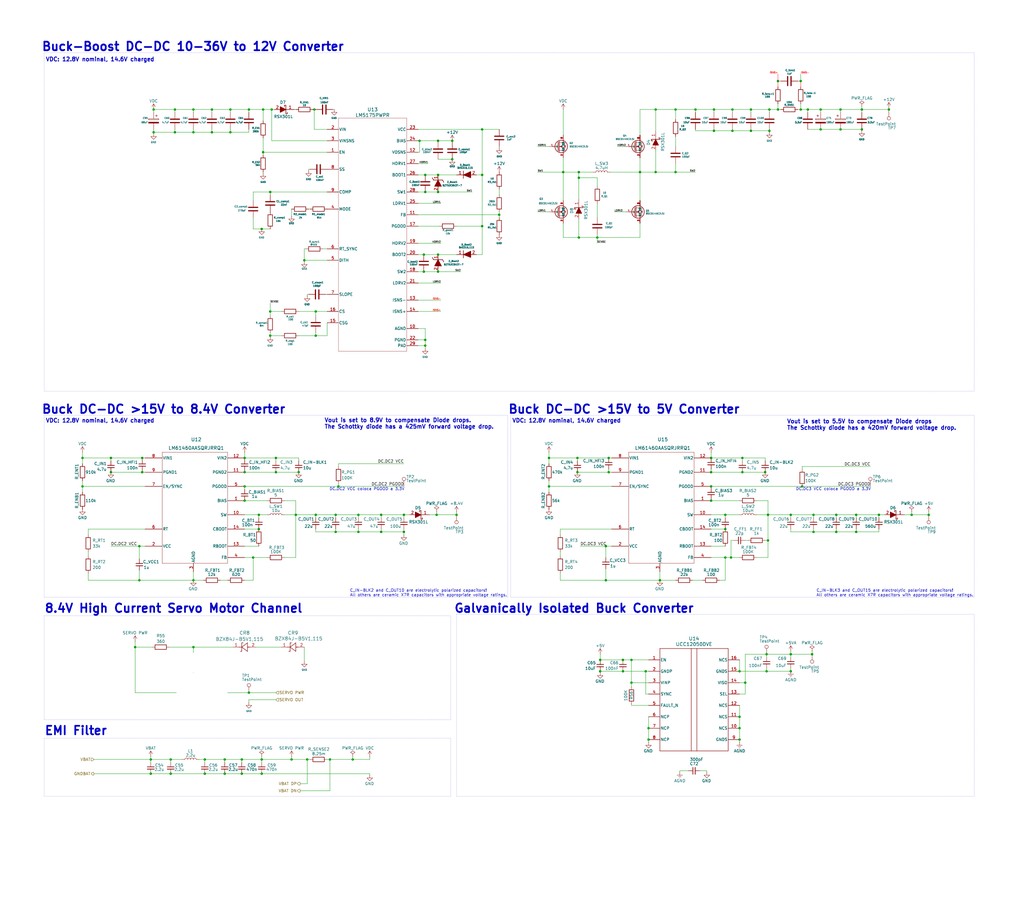
<source format=kicad_sch>
(kicad_sch (version 20250114) (generator "eeschema") (generator_version "9.0")
  (paper "User" 457.2 406.4)
  (rectangle (start 203.835 274.32) (end 434.975 355.6) (stroke (width 0) (type dot)))
  (rectangle (start 19.685 274.955) (end 201.295 321.31) (stroke (width 0) (type dot)))
  (rectangle (start 19.685 185.42) (end 226.695 266.7) (stroke (width 0) (type dot)))
  (rectangle (start 86.36 300.355) (end 86.36 300.355))
  (rectangle (start 227.965 185.42) (end 434.975 266.7) (stroke (width 0) (type dot)))
  (rectangle (start 19.685 329.565) (end 201.295 355.6) (stroke (width 0) (type dot)))
  (rectangle (start 19.685 23.495) (end 434.975 174.625) (stroke (width 0) (type dot)))
  (text "Buck-Boost DC-DC 10-36V to 12V Converter" (at 18.415 20.955 0) (effects (font (size 3.81 3.81) (thickness 0.762) (bold yes)) (justify left)))
  (text "C_IN-BLK3 and C_OUT15 are electrolytic polarized capacitors!\nAll others are ceramic X7R capacitors with appropriate voltage ratings." (at 364.49 264.795 0) (effects (font (size 1.27 1.27)) (justify left)))
  (text "DC.DC3 VCC coloca PGOOD a 3.3V\n" (at 372.11 218.44 0) (effects (font (size 1.27 1.27))))
  (text "Vout is set to 5.5V to compensate Diode drops\nThe Schottky diode has a 420mV forward voltage drop." (at 351.282 189.738 0) (effects (font (size 1.778 1.778) (thickness 0.3556) (bold yes)) (justify left)))
  (text "Buck DC-DC >15V to 8.4V Converter" (at 18.415 182.88 0) (effects (font (size 3.81 3.81) (thickness 0.762) (bold yes)) (justify left)))
  (text "Vout is set to 8.9V to compensate Diode drops.\nThe Schottky diode has a 425mV forward voltage drop." (at 144.78 189.23 0) (effects (font (size 1.778 1.778) (thickness 0.3556) (bold yes)) (justify left)))
  (text "VDC: 12.8V nominal, 14.6V charged" (at 228.6 187.96 0) (effects (font (size 1.778 1.778) (thickness 0.3556) (bold yes)) (justify left)))
  (text "8.4V High Current Servo Motor Channel" (at 19.685 271.78 0) (effects (font (size 3.81 3.81) (thickness 0.762) (bold yes)) (justify left)))
  (text "DC.DC2 VCC coloca PGOOD a 3.3V\n" (at 163.83 218.44 0) (effects (font (size 1.27 1.27))))
  (text "Buck DC-DC >15V to 5V Converter" (at 226.695 182.88 0) (effects (font (size 3.81 3.81) (thickness 0.762) (bold yes)) (justify left)))
  (text "C_IN-BLK2 and C_OUT10 are electrolytic polarized capacitors!\nAll others are ceramic X7R capacitors with appropriate voltage ratings." (at 156.21 264.795 0) (effects (font (size 1.27 1.27)) (justify left)))
  (text "EMI Filter" (at 19.685 326.39 0) (effects (font (size 3.81 3.81) (thickness 0.762) (bold yes)) (justify left)))
  (text "VDC: 12.8V nominal, 14.6V charged" (at 20.32 26.67 0) (effects (font (size 1.778 1.778) (thickness 0.3556) (bold yes)) (justify left)))
  (text "Galvanically Isolated Buck Converter" (at 202.565 271.78 0) (effects (font (size 3.81 3.81) (thickness 0.762) (bold yes)) (justify left)))
  (text "VDC: 12.8V nominal, 14.6V charged" (at 20.32 187.96 0) (effects (font (size 1.778 1.778) (thickness 0.3556) (bold yes)) (justify left)))
  (junction (at 140.97 149.86))
  (junction (at 86.36 48.895))
  (junction (at 195.58 85.725))
  (junction (at 323.85 236.22))
  (junction (at 317.5 217.17))
  (junction (at 245.11 217.17))
  (junction (at 170.18 229.87))
  (junction (at 180.34 229.87))
  (junction (at 331.47 210.82))
  (junction (at 116.84 102.235))
  (junction (at 149.86 229.87))
  (junction (at 271.78 204.47))
  (junction (at 78.105 59.055))
  (junction (at 258.445 106.045))
  (junction (at 62.23 243.84))
  (junction (at 189.23 121.285))
  (junction (at 407.035 229.87))
  (junction (at 363.22 237.49))
  (junction (at 94.615 59.055))
  (junction (at 157.48 339.09))
  (junction (at 78.105 48.895))
  (junction (at 366.395 48.895))
  (junction (at 353.06 229.87))
  (junction (at 160.02 229.87))
  (junction (at 266.7 106.045))
  (junction (at 189.865 151.765))
  (junction (at 327.025 58.42))
  (junction (at 384.81 48.895))
  (junction (at 115.57 236.22))
  (junction (at 203.835 229.87))
  (junction (at 245.11 204.47))
  (junction (at 373.38 229.87))
  (junction (at 63.5 204.47))
  (junction (at 115.57 229.87))
  (junction (at 258.445 76.835))
  (junction (at 102.87 48.895))
  (junction (at 342.265 292.1))
  (junction (at 120.65 139.065))
  (junction (at 86.36 59.055))
  (junction (at 335.28 48.895))
  (junction (at 281.94 304.8))
  (junction (at 257.81 210.82))
  (junction (at 195.58 121.285))
  (junction (at 343.535 58.42))
  (junction (at 335.28 58.42))
  (junction (at 222.885 95.885))
  (junction (at 187.325 62.865))
  (junction (at 318.77 58.42))
  (junction (at 195.58 78.105))
  (junction (at 375.285 57.785))
  (junction (at 289.56 330.2))
  (junction (at 330.2 325.12))
  (junction (at 366.395 57.785))
  (junction (at 353.06 292.1))
  (junction (at 330.2 330.2))
  (junction (at 347.345 36.195))
  (junction (at 281.94 294.64))
  (junction (at 301.625 76.835))
  (junction (at 86.36 288.925))
  (junction (at 201.93 71.12))
  (junction (at 151.13 217.17))
  (junction (at 332.74 304.8))
  (junction (at 116.84 339.09))
  (junction (at 133.35 210.82))
  (junction (at 116.84 345.44))
  (junction (at 292.735 48.895))
  (junction (at 109.22 223.52))
  (junction (at 342.9 241.3))
  (junction (at 343.535 48.895))
  (junction (at 258.445 79.375))
  (junction (at 317.5 210.82))
  (junction (at 331.47 204.47))
  (junction (at 100.33 339.09))
  (junction (at 375.285 48.895))
  (junction (at 294.64 259.08))
  (junction (at 360.68 48.895))
  (junction (at 326.39 248.92))
  (junction (at 91.44 345.44))
  (junction (at 189.865 78.105))
  (junction (at 310.515 48.895))
  (junction (at 49.53 204.47))
  (junction (at 170.18 237.49))
  (junction (at 94.615 48.895))
  (junction (at 392.43 229.87))
  (junction (at 109.22 210.82))
  (junction (at 140.97 139.065))
  (junction (at 323.85 229.87))
  (junction (at 107.95 339.09))
  (junction (at 292.735 76.835))
  (junction (at 414.655 229.87))
  (junction (at 288.29 299.72))
  (junction (at 341.63 210.82))
  (junction (at 257.81 204.47))
  (junction (at 180.34 237.49))
  (junction (at 215.265 57.785))
  (junction (at 62.23 259.08))
  (junction (at 111.125 309.245))
  (junction (at 362.585 292.1))
  (junction (at 251.46 76.835))
  (junction (at 123.19 210.82))
  (junction (at 278.13 294.64))
  (junction (at 373.38 237.49))
  (junction (at 270.51 243.84))
  (junction (at 357.505 48.895))
  (junction (at 347.345 48.895))
  (junction (at 130.175 339.09))
  (junction (at 113.03 248.92))
  (junction (at 215.265 78.105))
  (junction (at 194.945 229.87))
  (junction (at 117.475 48.895))
  (junction (at 189.865 154.305))
  (junction (at 271.78 210.82))
  (junction (at 201.93 62.865))
  (junction (at 132.08 229.87))
  (junction (at 323.85 248.92))
  (junction (at 120.65 85.725))
  (junction (at 67.31 339.09))
  (junction (at 160.02 237.49))
  (junction (at 137.16 339.09))
  (junction (at 147.32 339.09))
  (junction (at 289.56 325.12))
  (junction (at 60.325 288.925))
  (junction (at 68.58 59.055))
  (junction (at 358.14 217.17))
  (junction (at 327.025 48.895))
  (junction (at 49.53 210.82))
  (junction (at 135.89 116.205))
  (junction (at 102.87 59.055))
  (junction (at 67.31 345.44))
  (junction (at 68.58 48.895))
  (junction (at 318.77 48.895))
  (junction (at 76.2 339.09))
  (junction (at 109.22 204.47))
  (junction (at 189.865 85.725))
  (junction (at 63.5 210.82))
  (junction (at 149.86 237.49))
  (junction (at 301.625 48.895))
  (junction (at 353.06 299.72))
  (junction (at 278.13 299.72))
  (junction (at 123.19 204.47))
  (junction (at 100.33 345.44))
  (junction (at 396.875 48.895))
  (junction (at 363.22 229.87))
  (junction (at 267.97 299.72))
  (junction (at 86.36 259.08))
  (junction (at 342.9 229.87))
  (junction (at 76.2 345.44))
  (junction (at 121.285 48.895))
  (junction (at 195.58 62.865))
  (junction (at 317.5 204.47))
  (junction (at 267.97 294.64))
  (junction (at 285.75 76.835))
  (junction (at 317.5 223.52))
  (junction (at 189.23 113.665))
  (junction (at 120.65 149.86))
  (junction (at 107.95 345.44))
  (junction (at 109.22 217.17))
  (junction (at 215.265 100.965))
  (junction (at 36.83 217.17))
  (junction (at 342.265 299.72))
  (junction (at 111.125 48.895))
  (junction (at 357.505 36.195))
  (junction (at 140.97 229.87))
  (junction (at 117.475 67.945))
  (junction (at 384.81 57.785))
  (junction (at 91.44 339.09))
  (junction (at 195.58 113.665))
  (junction (at 330.2 299.72))
  (junction (at 140.335 48.895))
  (junction (at 382.27 229.87))
  (junction (at 36.83 204.47))
  (junction (at 270.51 259.08))
  (junction (at 330.2 320.04))
  (junction (at 382.27 237.49))
  (wire (pts (xy 196.85 139.065) (xy 186.69 139.065)))
  (wire (pts (xy 301.625 48.895) (xy 301.625 53.34)))
  (wire (pts (xy 127 223.52) (xy 132.08 223.52)))
  (wire (pts (xy 186.69 121.285) (xy 189.23 121.285)))
  (wire (pts (xy 335.28 58.42) (xy 343.535 58.42)))
  (wire (pts (xy 165.1 337.82) (xy 165.1 339.09)))
  (wire (pts (xy 289.56 325.12) (xy 289.56 330.2)))
  (wire (pts (xy 63.5 205.105) (xy 63.5 204.47)))
  (wire (pts (xy 120.65 148.59) (xy 120.65 149.86)))
  (wire (pts (xy 127 248.92) (xy 132.08 248.92)))
  (wire (pts (xy 115.57 229.87) (xy 119.38 229.87)))
  (wire (pts (xy 195.58 113.665) (xy 203.835 113.665)))
  (wire (pts (xy 195.58 78.105) (xy 203.835 78.105)))
  (wire (pts (xy 342.265 299.72) (xy 353.06 299.72)))
  (wire (pts (xy 331.47 204.47) (xy 341.63 204.47)))
  (wire (pts (xy 130.175 96.52) (xy 130.175 93.345)))
  (wire (pts (xy 342.9 229.87) (xy 342.9 241.3)))
  (wire (pts (xy 343.535 50.165) (xy 343.535 48.895)))
  (wire (pts (xy 170.18 237.49) (xy 180.34 237.49)))
  (wire (pts (xy 186.69 95.885) (xy 222.885 95.885)))
  (wire (pts (xy 147.32 339.09) (xy 147.32 353.06)))
  (wire (pts (xy 127 229.87) (xy 132.08 229.87)))
  (wire (pts (xy 288.29 299.72) (xy 289.56 299.72)))
  (wire (pts (xy 67.31 339.09) (xy 76.2 339.09)))
  (wire (pts (xy 222.885 94.615) (xy 222.885 95.885)))
  (wire (pts (xy 130.175 339.09) (xy 137.16 339.09)))
  (wire (pts (xy 111.125 48.895) (xy 111.125 50.165)))
  (wire (pts (xy 137.795 75.565) (xy 138.43 75.565)))
  (wire (pts (xy 250.19 236.22) (xy 250.19 238.76)))
  (wire (pts (xy 317.5 222.885) (xy 317.5 223.52)))
  (wire (pts (xy 251.46 70.485) (xy 251.46 76.835)))
  (wire (pts (xy 60.325 286.385) (xy 60.325 288.925)))
  (wire (pts (xy 36.83 201.93) (xy 36.83 204.47)))
  (wire (pts (xy 137.16 339.09) (xy 137.16 349.885)))
  (wire (pts (xy 403.86 229.87) (xy 407.035 229.87)))
  (wire (pts (xy 326.39 241.3) (xy 326.39 248.92)))
  (wire (pts (xy 109.22 204.47) (xy 123.19 204.47)))
  (wire (pts (xy 113.03 248.92) (xy 113.03 259.08)))
  (wire (pts (xy 39.37 246.38) (xy 39.37 248.285)))
  (wire (pts (xy 131.445 48.895) (xy 132.08 48.895)))
  (wire (pts (xy 133.35 204.47) (xy 133.35 205.74)))
  (wire (pts (xy 342.9 223.52) (xy 342.9 229.87)))
  (wire (pts (xy 330.2 299.72) (xy 342.265 299.72)))
  (wire (pts (xy 120.65 85.725) (xy 146.05 85.725)))
  (wire (pts (xy 120.65 149.86) (xy 120.65 150.495)))
  (wire (pts (xy 289.56 309.88) (xy 288.29 309.88)))
  (wire (pts (xy 245.11 217.17) (xy 245.11 214.63)))
  (wire (pts (xy 203.835 228.6) (xy 203.835 229.87)))
  (wire (pts (xy 64.77 217.17) (xy 36.83 217.17)))
  (wire (pts (xy 327.025 58.42) (xy 335.28 58.42)))
  (wire (pts (xy 353.06 298.45) (xy 353.06 299.72)))
  (wire (pts (xy 107.95 339.09) (xy 116.84 339.09)))
  (wire (pts (xy 140.97 140.97) (xy 140.97 139.065)))
  (wire (pts (xy 140.97 139.065) (xy 146.05 139.065)))
  (wire (pts (xy 258.445 97.79) (xy 258.445 106.045)))
  (wire (pts (xy 36.83 204.47) (xy 36.83 207.01)))
  (wire (pts (xy 251.46 76.835) (xy 251.46 89.535)))
  (wire (pts (xy 100.33 345.44) (xy 107.95 345.44)))
  (wire (pts (xy 157.48 337.82) (xy 157.48 339.09)))
  (wire (pts (xy 353.06 290.83) (xy 353.06 292.1)))
  (wire (pts (xy 137.16 339.09) (xy 138.43 339.09)))
  (wire (pts (xy 116.84 102.235) (xy 120.65 102.235)))
  (wire (pts (xy 111.125 312.42) (xy 111.125 313.69)))
  (wire (pts (xy 317.5 248.92) (xy 323.85 248.92)))
  (wire (pts (xy 245.11 217.17) (xy 245.11 219.71)))
  (wire (pts (xy 330.2 304.8) (xy 332.74 304.8)))
  (wire (pts (xy 49.53 204.47) (xy 63.5 204.47)))
  (wire (pts (xy 392.43 229.87) (xy 394.97 229.87)))
  (wire (pts (xy 358.14 217.17) (xy 388.62 217.17)))
  (wire (pts (xy 111.125 48.895) (xy 117.475 48.895)))
  (wire (pts (xy 39.37 255.905) (xy 39.37 259.08)))
  (wire (pts (xy 101.6 309.245) (xy 111.125 309.245)))
  (wire (pts (xy 75.565 288.925) (xy 86.36 288.925)))
  (wire (pts (xy 160.02 229.87) (xy 160.02 231.14)))
  (wire (pts (xy 195.58 85.725) (xy 210.82 85.725)))
  (wire (pts (xy 120.65 85.725) (xy 120.65 86.995)))
  (wire (pts (xy 111.125 59.055) (xy 102.87 59.055)))
  (wire (pts (xy 310.515 76.835) (xy 301.625 76.835)))
  (wire (pts (xy 189.23 113.665) (xy 195.58 113.665)))
  (wire (pts (xy 186.69 154.305) (xy 189.865 154.305)))
  (wire (pts (xy 358.14 208.28) (xy 388.62 208.28)))
  (wire (pts (xy 330.2 314.96) (xy 330.2 320.04)))
  (wire (pts (xy 266.7 106.045) (xy 285.75 106.045)))
  (wire (pts (xy 357.505 36.195) (xy 357.505 38.735)) (stroke (width 0) (color 255 0 25 1)))
  (wire (pts (xy 132.08 229.87) (xy 140.97 229.87)))
  (wire (pts (xy 373.38 237.49) (xy 382.27 237.49)))
  (wire (pts (xy 215.265 57.785) (xy 215.265 78.105)))
  (wire (pts (xy 91.44 339.09) (xy 100.33 339.09)))
  (wire (pts (xy 317.5 243.84) (xy 323.85 243.84)))
  (wire (pts (xy 258.445 76.835) (xy 264.795 76.835)))
  (wire (pts (xy 337.82 229.87) (xy 342.9 229.87)))
  (wire (pts (xy 86.36 259.08) (xy 86.36 255.27)))
  (wire (pts (xy 310.515 48.895) (xy 318.77 48.895)))
  (wire (pts (xy 140.97 229.87) (xy 140.97 231.14)))
  (wire (pts (xy 250.19 255.905) (xy 250.19 259.08)))
  (wire (pts (xy 222.885 65.405) (xy 222.885 66.04)))
  (wire (pts (xy 285.75 48.895) (xy 292.735 48.895)))
  (wire (pts (xy 347.345 36.195) (xy 347.345 38.735)) (stroke (width 0) (color 255 0 32 1)))
  (wire (pts (xy 109.22 248.92) (xy 113.03 248.92)))
  (wire (pts (xy 160.02 237.49) (xy 170.18 237.49)))
  (wire (pts (xy 120.65 149.86) (xy 125.73 149.86)))
  (wire (pts (xy 332.74 309.88) (xy 330.2 309.88)))
  (wire (pts (xy 347.345 48.895) (xy 343.535 48.895)))
  (wire (pts (xy 366.395 48.895) (xy 366.395 50.165)))
  (wire (pts (xy 317.5 217.17) (xy 358.14 217.17)))
  (wire (pts (xy 60.325 288.925) (xy 67.945 288.925)))
  (wire (pts (xy 186.69 85.725) (xy 189.865 85.725)))
  (wire (pts (xy 109.22 210.185) (xy 109.22 210.82)))
  (wire (pts (xy 222.885 95.885) (xy 222.885 97.155)))
  (wire (pts (xy 342.265 298.45) (xy 342.265 299.72)))
  (wire (pts (xy 86.36 48.895) (xy 86.36 50.165)))
  (wire (pts (xy 332.74 304.8) (xy 332.74 292.1)))
  (wire (pts (xy 257.81 204.47) (xy 257.81 205.74)))
  (wire (pts (xy 114.3 288.925) (xy 125.73 288.925)))
  (wire (pts (xy 195.58 62.865) (xy 201.93 62.865)))
  (wire (pts (xy 107.95 339.09) (xy 107.95 340.36)))
  (wire (pts (xy 111.125 57.785) (xy 111.125 59.055)))
  (wire (pts (xy 191.135 73.025) (xy 186.69 73.025)))
  (wire (pts (xy 86.36 57.785) (xy 86.36 59.055)))
  (wire (pts (xy 278.13 299.72) (xy 288.29 299.72)))
  (wire (pts (xy 135.89 111.125) (xy 135.89 116.205)))
  (wire (pts (xy 157.48 339.09) (xy 165.1 339.09)))
  (wire (pts (xy 323.85 231.14) (xy 323.85 229.87)))
  (wire (pts (xy 149.225 48.895) (xy 148.59 48.895)))
  (wire (pts (xy 123.19 204.47) (xy 133.35 204.47)))
  (wire (pts (xy 62.23 249.555) (xy 62.23 243.84)))
  (wire (pts (xy 215.265 78.105) (xy 215.265 100.965)))
  (wire (pts (xy 111.125 312.42) (xy 123.19 312.42)))
  (wire (pts (xy 266.7 106.045) (xy 266.7 108.585)))
  (wire (pts (xy 315.595 344.17) (xy 312.42 344.17)))
  (wire (pts (xy 116.84 339.09) (xy 130.175 339.09)))
  (wire (pts (xy 330.2 294.64) (xy 330.2 299.72)))
  (wire (pts (xy 109.22 236.22) (xy 115.57 236.22)))
  (wire (pts (xy 123.19 210.82) (xy 133.35 210.82)))
  (wire (pts (xy 332.74 292.1) (xy 342.265 292.1)))
  (wire (pts (xy 357.505 33.02) (xy 357.505 36.195)))
  (wire (pts (xy 98.425 259.08) (xy 101.6 259.08)))
  (wire (pts (xy 145.415 131.445) (xy 146.05 131.445)))
  (wire (pts (xy 240.03 94.615) (xy 245.11 94.615)))
  (wire (pts (xy 273.05 204.47) (xy 271.78 204.47)))
  (wire (pts (xy 285.75 76.835) (xy 285.75 89.535)))
  (wire (pts (xy 151.13 207.01) (xy 180.34 207.01)))
  (wire (pts (xy 68.58 59.055) (xy 78.105 59.055)))
  (wire (pts (xy 160.02 229.87) (xy 170.18 229.87)))
  (wire (pts (xy 135.89 116.205) (xy 146.05 116.205)))
  (wire (pts (xy 120.65 139.065) (xy 125.73 139.065)))
  (wire (pts (xy 140.97 149.86) (xy 140.97 148.59)))
  (wire (pts (xy 310.515 58.42) (xy 318.77 58.42)))
  (wire (pts (xy 257.81 204.47) (xy 271.78 204.47)))
  (wire (pts (xy 67.31 345.44) (xy 76.2 345.44)))
  (wire (pts (xy 326.39 241.3) (xy 327.66 241.3)))
  (wire (pts (xy 62.23 254.635) (xy 62.23 259.08)))
  (wire (pts (xy 86.36 288.925) (xy 104.14 288.925)))
  (wire (pts (xy 240.03 65.405) (xy 245.11 65.405)))
  (wire (pts (xy 396.875 48.895) (xy 396.875 49.53)))
  (wire (pts (xy 245.11 204.47) (xy 245.11 207.01)))
  (wire (pts (xy 363.22 229.87) (xy 373.38 229.87)))
  (wire (pts (xy 317.5 204.47) (xy 331.47 204.47)))
  (wire (pts (xy 317.5 236.22) (xy 323.85 236.22)))
  (wire (pts (xy 194.945 229.87) (xy 203.835 229.87)))
  (wire (pts (xy 292.735 48.895) (xy 301.625 48.895)))
  (wire (pts (xy 109.22 259.08) (xy 113.03 259.08)))
  (wire (pts (xy 149.86 229.87) (xy 160.02 229.87)))
  (wire (pts (xy 384.81 47.625) (xy 384.81 48.895)))
  (wire (pts (xy 186.69 78.105) (xy 189.865 78.105)))
  (wire (pts (xy 342.9 241.3) (xy 342.9 248.92)))
  (wire (pts (xy 245.11 204.47) (xy 257.81 204.47)))
  (wire (pts (xy 88.9 339.09) (xy 91.44 339.09)))
  (wire (pts (xy 384.81 57.785) (xy 384.81 58.42)))
  (wire (pts (xy 187.325 67.945) (xy 186.69 67.945)))
  (wire (pts (xy 140.97 237.49) (xy 140.97 236.22)))
  (wire (pts (xy 117.475 48.895) (xy 121.285 48.895)))
  (wire (pts (xy 64.77 204.47) (xy 63.5 204.47)))
  (wire (pts (xy 196.85 108.585) (xy 186.69 108.585)))
  (wire (pts (xy 267.97 299.72) (xy 278.13 299.72)))
  (wire (pts (xy 360.68 48.895) (xy 366.395 48.895)))
  (wire (pts (xy 375.285 48.895) (xy 375.285 50.165)))
  (wire (pts (xy 266.7 79.375) (xy 266.7 83.185)))
  (wire (pts (xy 258.445 106.045) (xy 266.7 106.045)))
  (wire (pts (xy 317.5 201.93) (xy 317.5 204.47)))
  (wire (pts (xy 318.77 50.165) (xy 318.77 48.895)))
  (wire (pts (xy 109.22 201.93) (xy 109.22 204.47)))
  (wire (pts (xy 289.56 330.2) (xy 289.56 331.47)))
  (wire (pts (xy 195.58 71.12) (xy 201.93 71.12)))
  (wire (pts (xy 135.89 116.205) (xy 135.89 116.84)))
  (wire (pts (xy 139.7 48.895) (xy 140.335 48.895)))
  (wire (pts (xy 102.87 48.895) (xy 111.125 48.895)))
  (wire (pts (xy 140.335 48.895) (xy 140.97 48.895)))
  (wire (pts (xy 78.105 57.785) (xy 78.105 59.055)))
  (wire (pts (xy 36.83 204.47) (xy 49.53 204.47)))
  (wire (pts (xy 117.475 67.945) (xy 146.05 67.945)))
  (wire (pts (xy 100.33 339.09) (xy 107.95 339.09)))
  (wire (pts (xy 63.5 210.185) (xy 63.5 210.82)))
  (wire (pts (xy 196.215 100.965) (xy 186.69 100.965)))
  (wire (pts (xy 116.84 337.82) (xy 116.84 339.09)))
  (wire (pts (xy 140.97 237.49) (xy 149.86 237.49)))
  (wire (pts (xy 113.03 85.725) (xy 120.65 85.725)))
  (wire (pts (xy 67.31 339.09) (xy 67.31 340.36)))
  (wire (pts (xy 331.47 204.47) (xy 331.47 205.74)))
  (wire (pts (xy 116.84 345.44) (xy 165.1 345.44)))
  (wire (pts (xy 407.035 228.6) (xy 407.035 229.87)))
  (wire (pts (xy 335.28 50.165) (xy 335.28 48.895)))
  (wire (pts (xy 133.985 349.885) (xy 137.16 349.885)))
  (wire (pts (xy 86.36 259.08) (xy 90.805 259.08)))
  (wire (pts (xy 120.65 139.065) (xy 120.65 140.97)))
  (wire (pts (xy 341.63 204.47) (xy 341.63 205.74)))
  (wire (pts (xy 267.97 300.355) (xy 267.97 299.72)))
  (wire (pts (xy 332.74 304.8) (xy 332.74 309.88)))
  (wire (pts (xy 289.56 320.04) (xy 289.56 325.12)))
  (wire (pts (xy 353.06 237.49) (xy 353.06 236.22)))
  (wire (pts (xy 203.835 100.965) (xy 215.265 100.965)))
  (wire (pts (xy 307.34 344.17) (xy 303.53 344.17)))
  (wire (pts (xy 117.475 77.47) (xy 117.475 76.835)))
  (wire (pts (xy 310.515 50.165) (xy 310.515 48.895)))
  (wire (pts (xy 257.81 210.82) (xy 271.78 210.82)))
  (wire (pts (xy 392.43 237.49) (xy 392.43 236.22)))
  (wire (pts (xy 358.14 208.28) (xy 358.14 209.55)))
  (wire (pts (xy 117.475 53.975) (xy 117.475 48.895)))
  (wire (pts (xy 49.53 210.82) (xy 63.5 210.82)))
  (wire (pts (xy 384.81 57.785) (xy 375.285 57.785)))
  (wire (pts (xy 76.2 345.44) (xy 91.44 345.44)))
  (wire (pts (xy 39.37 259.08) (xy 62.23 259.08)))
  (wire (pts (xy 317.5 229.87) (xy 323.85 229.87)))
  (wire (pts (xy 335.28 48.895) (xy 343.535 48.895)))
  (wire (pts (xy 271.78 210.82) (xy 273.05 210.82)))
  (wire (pts (xy 189.865 151.765) (xy 189.865 154.305)))
  (wire (pts (xy 140.97 149.86) (xy 146.05 149.86)))
  (wire (pts (xy 285.75 48.895) (xy 285.75 60.325)))
  (wire (pts (xy 109.22 217.17) (xy 109.22 218.44)))
  (wire (pts (xy 180.34 229.87) (xy 180.34 231.14)))
  (wire (pts (xy 117.475 67.945) (xy 117.475 69.215)))
  (wire (pts (xy 215.265 57.785) (xy 222.885 57.785)))
  (wire (pts (xy 137.795 76.2) (xy 137.795 75.565)))
  (wire (pts (xy 294.64 259.08) (xy 301.625 259.08)))
  (wire (pts (xy 109.22 217.17) (xy 151.13 217.17)))
  (wire (pts (xy 273.05 217.17) (xy 245.11 217.17)))
  (wire (pts (xy 327.025 50.165) (xy 327.025 48.895)))
  (wire (pts (xy 109.22 223.52) (xy 119.38 223.52)))
  (wire (pts (xy 100.33 339.09) (xy 100.33 340.36)))
  (wire (pts (xy 323.85 248.92) (xy 326.39 248.92)))
  (wire (pts (xy 366.395 57.785) (xy 375.285 57.785)))
  (wire (pts (xy 330.2 320.04) (xy 330.2 325.12)))
  (wire (pts (xy 353.06 229.87) (xy 353.06 231.14)))
  (wire (pts (xy 382.27 236.22) (xy 382.27 237.49)))
  (wire (pts (xy 337.82 223.52) (xy 342.9 223.52)))
  (wire (pts (xy 271.78 209.55) (xy 271.78 210.82)))
  (wire (pts (xy 109.22 205.105) (xy 109.22 204.47)))
  (wire (pts (xy 86.36 59.055) (xy 94.615 59.055)))
  (wire (pts (xy 186.69 151.765) (xy 189.865 151.765)))
  (wire (pts (xy 281.94 304.8) (xy 281.94 294.64)))
  (wire (pts (xy 109.22 210.82) (xy 123.19 210.82)))
  (wire (pts (xy 375.285 48.895) (xy 384.81 48.895)))
  (wire (pts (xy 212.725 113.665) (xy 215.265 113.665)))
  (wire (pts (xy 94.615 57.785) (xy 94.615 59.055)))
  (wire (pts (xy 267.97 292.1) (xy 267.97 294.64)))
  (wire (pts (xy 144.145 111.125) (xy 146.05 111.125)))
  (wire (pts (xy 39.37 236.22) (xy 39.37 238.76)))
  (wire (pts (xy 407.035 229.87) (xy 414.655 229.87)))
  (wire (pts (xy 318.77 57.785) (xy 318.77 58.42)))
  (wire (pts (xy 117.475 61.595) (xy 117.475 67.945)))
  (wire (pts (xy 331.47 210.82) (xy 341.63 210.82)))
  (wire (pts (xy 115.57 231.14) (xy 115.57 229.87)))
  (wire (pts (xy 251.46 106.045) (xy 258.445 106.045)))
  (wire (pts (xy 362.585 290.83) (xy 362.585 292.1)))
  (wire (pts (xy 186.69 113.665) (xy 189.23 113.665)))
  (wire (pts (xy 137.16 132.08) (xy 137.16 131.445)))
  (wire (pts (xy 414.655 228.6) (xy 414.655 229.87)))
  (wire (pts (xy 292.735 48.895) (xy 292.735 58.42)))
  (wire (pts (xy 327.025 48.895) (xy 335.28 48.895)))
  (wire (pts (xy 36.83 217.17) (xy 36.83 219.71)))
  (wire (pts (xy 186.69 57.785) (xy 215.265 57.785)))
  (wire (pts (xy 266.7 104.775) (xy 266.7 106.045)))
  (wire (pts (xy 109.22 243.84) (xy 115.57 243.84)))
  (wire (pts (xy 240.03 76.835) (xy 251.46 76.835)))
  (wire (pts (xy 285.75 99.695) (xy 285.75 106.045)))
  (wire (pts (xy 91.44 339.09) (xy 91.44 340.36)))
  (wire (pts (xy 189.865 154.305) (xy 189.865 155.575)))
  (wire (pts (xy 335.28 57.785) (xy 335.28 58.42)))
  (wire (pts (xy 107.95 345.44) (xy 116.84 345.44)))
  (wire (pts (xy 195.58 63.5) (xy 195.58 62.865)))
  (wire (pts (xy 151.13 217.17) (xy 180.34 217.17)))
  (wire (pts (xy 270.51 254) (xy 270.51 259.08)))
  (wire (pts (xy 326.39 248.92) (xy 330.2 248.92)))
  (wire (pts (xy 357.505 48.895) (xy 360.68 48.895)))
  (wire (pts (xy 49.53 243.84) (xy 62.23 243.84)))
  (wire (pts (xy 113.03 248.92) (xy 119.38 248.92)))
  (wire (pts (xy 270.51 243.84) (xy 273.05 243.84)))
  (wire (pts (xy 180.34 229.87) (xy 182.88 229.87)))
  (wire (pts (xy 301.625 48.895) (xy 310.515 48.895)))
  (wire (pts (xy 91.44 345.44) (xy 100.33 345.44)))
  (wire (pts (xy 62.23 243.84) (xy 64.77 243.84)))
  (wire (pts (xy 353.06 292.1) (xy 353.06 293.37)))
  (wire (pts (xy 321.31 259.08) (xy 323.85 259.08)))
  (wire (pts (xy 215.265 100.965) (xy 215.265 113.665)))
  (wire (pts (xy 63.5 210.82) (xy 64.77 210.82)))
  (wire (pts (xy 289.56 304.8) (xy 281.94 304.8)))
  (wire (pts (xy 189.23 121.285) (xy 195.58 121.285)))
  (wire (pts (xy 266.7 90.805) (xy 266.7 97.155)))
  (wire (pts (xy 116.84 339.09) (xy 116.84 340.36)))
  (wire (pts (xy 78.74 309.245) (xy 60.325 309.245)))
  (wire (pts (xy 146.05 339.09) (xy 147.32 339.09)))
  (wire (pts (xy 76.2 339.09) (xy 76.2 340.36)))
  (wire (pts (xy 281.94 314.325) (xy 281.94 314.96)))
  (wire (pts (xy 294.64 259.08) (xy 294.64 255.27)))
  (wire (pts (xy 67.31 337.82) (xy 67.31 339.09)))
  (wire (pts (xy 68.58 48.895) (xy 68.58 50.165)))
  (wire (pts (xy 384.81 48.895) (xy 396.875 48.895)))
  (wire (pts (xy 60.325 288.925) (xy 60.325 309.245)))
  (wire (pts (xy 258.445 79.375) (xy 266.7 79.375)))
  (wire (pts (xy 170.18 229.87) (xy 180.34 229.87)))
  (wire (pts (xy 194.945 228.6) (xy 194.945 229.87)))
  (wire (pts (xy 113.03 97.155) (xy 113.03 102.235)))
  (wire (pts (xy 310.515 57.785) (xy 310.515 58.42)))
  (wire (pts (xy 146.05 149.86) (xy 146.05 144.145)))
  (wire (pts (xy 189.865 78.105) (xy 195.58 78.105)))
  (wire (pts (xy 275.59 65.405) (xy 279.4 65.405)))
  (wire (pts (xy 189.865 85.725) (xy 195.58 85.725)))
  (wire (pts (xy 353.06 229.87) (xy 363.22 229.87)))
  (wire (pts (xy 285.75 76.835) (xy 292.735 76.835)))
  (wire (pts (xy 94.615 48.895) (xy 94.615 50.165)))
  (wire (pts (xy 187.325 62.865) (xy 187.325 67.945)))
  (wire (pts (xy 137.795 93.345) (xy 138.43 93.345)))
  (wire (pts (xy 147.32 339.09) (xy 157.48 339.09)))
  (wire (pts (xy 186.69 126.365) (xy 196.85 126.365)))
  (wire (pts (xy 133.35 139.065) (xy 140.97 139.065)))
  (wire (pts (xy 130.175 337.82) (xy 130.175 339.09)))
  (wire (pts (xy 323.85 248.92) (xy 323.85 259.08)))
  (wire (pts (xy 373.38 229.87) (xy 382.27 229.87)))
  (wire (pts (xy 102.87 57.785) (xy 102.87 59.055)))
  (wire (pts (xy 382.27 229.87) (xy 382.27 231.14)))
  (wire (pts (xy 120.65 135.255) (xy 120.65 139.065)))
  (wire (pts (xy 281.94 294.64) (xy 289.56 294.64)))
  (wire (pts (xy 357.505 46.355) (xy 357.505 48.895)))
  (wire (pts (xy 86.36 48.895) (xy 94.615 48.895)))
  (wire (pts (xy 301.625 76.835) (xy 292.735 76.835)))
  (wire (pts (xy 274.32 94.615) (xy 279.4 94.615)))
  (wire (pts (xy 140.97 229.87) (xy 149.86 229.87)))
  (wire (pts (xy 347.345 33.02) (xy 347.345 36.195)) (stroke (width 0) (color 255 0 32 1)))
  (wire (pts (xy 86.36 288.925) (xy 86.36 291.465)))
  (wire (pts (xy 288.29 299.72) (xy 288.29 309.88)))
  (wire (pts (xy 195.58 121.285) (xy 205.74 121.285)))
  (wire (pts (xy 347.345 46.355) (xy 347.345 48.895)))
  (wire (pts (xy 301.625 76.835) (xy 301.625 73.025)))
  (wire (pts (xy 250.19 236.22) (xy 273.05 236.22)))
  (wire (pts (xy 366.395 48.895) (xy 375.285 48.895)))
  (wire (pts (xy 149.86 237.49) (xy 160.02 237.49)))
  (wire (pts (xy 382.27 229.87) (xy 392.43 229.87)))
  (wire (pts (xy 113.03 102.235) (xy 116.84 102.235)))
  (wire (pts (xy 187.325 62.865) (xy 195.58 62.865)))
  (wire (pts (xy 360.68 57.785) (xy 366.395 57.785)))
  (wire (pts (xy 392.43 229.87) (xy 392.43 231.14)))
  (wire (pts (xy 278.13 294.64) (xy 281.94 294.64)))
  (wire (pts (xy 342.265 292.1) (xy 342.265 293.37)))
  (wire (pts (xy 362.585 292.1) (xy 353.06 292.1)))
  (wire (pts (xy 342.9 229.87) (xy 353.06 229.87)))
  (wire (pts (xy 330.2 330.2) (xy 330.2 331.47)))
  (wire (pts (xy 250.19 259.08) (xy 270.51 259.08)))
  (wire (pts (xy 317.5 209.55) (xy 317.5 210.82)))
  (wire (pts (xy 133.985 353.06) (xy 147.32 353.06)))
  (wire (pts (xy 309.245 259.08) (xy 313.69 259.08)))
  (wire (pts (xy 258.445 79.375) (xy 258.445 88.9)))
  (wire (pts (xy 382.27 237.49) (xy 392.43 237.49)))
  (wire (pts (xy 113.03 89.535) (xy 113.03 85.725)))
  (wire (pts (xy 151.13 207.01) (xy 151.13 208.28)))
  (wire (pts (xy 373.38 229.87) (xy 373.38 231.14)))
  (wire (pts (xy 317.5 217.17) (xy 317.5 217.805)))
  (wire (pts (xy 180.34 237.49) (xy 180.34 238.76)))
  (wire (pts (xy 180.34 237.49) (xy 180.34 236.22)))
  (wire (pts (xy 191.77 229.87) (xy 194.945 229.87)))
  (wire (pts (xy 78.105 59.055) (xy 86.36 59.055)))
  (wire (pts (xy 111.125 309.245) (xy 123.19 309.245)))
  (wire (pts (xy 334.01 241.3) (xy 332.74 241.3)))
  (wire (pts (xy 396.875 48.26) (xy 396.875 48.895)))
  (wire (pts (xy 330.2 325.12) (xy 330.2 330.2)))
  (wire (pts (xy 348.615 48.895) (xy 347.345 48.895)))
  (wire (pts (xy 151.13 215.9) (xy 151.13 217.17)))
  (wire (pts (xy 251.46 99.695) (xy 251.46 106.045)))
  (wire (pts (xy 343.535 59.055) (xy 343.535 58.42)))
  (wire (pts (xy 363.22 237.49) (xy 373.38 237.49)))
  (wire (pts (xy 317.5 223.52) (xy 330.2 223.52)))
  (wire (pts (xy 170.18 236.22) (xy 170.18 237.49)))
  (wire (pts (xy 303.53 344.17) (xy 303.53 344.805)))
  (wire (pts (xy 301.625 60.96) (xy 301.625 65.405)))
  (wire (pts (xy 360.68 48.895) (xy 360.68 50.165)))
  (wire (pts (xy 384.81 48.895) (xy 384.81 50.165)))
  (wire (pts (xy 62.23 259.08) (xy 86.36 259.08)))
  (wire (pts (xy 41.91 345.44) (xy 67.31 345.44)))
  (wire (pts (xy 317.5 210.82) (xy 331.47 210.82)))
  (wire (pts (xy 343.535 57.785) (xy 343.535 58.42)))
  (wire (pts (xy 102.87 48.895) (xy 102.87 50.165)))
  (wire (pts (xy 353.06 237.49) (xy 363.22 237.49)))
  (wire (pts (xy 186.69 146.685) (xy 189.865 146.685)))
  (wire (pts (xy 123.19 204.47) (xy 123.19 205.74)))
  (wire (pts (xy 341.63 241.3) (xy 342.9 241.3)))
  (wire (pts (xy 149.86 229.87) (xy 149.86 231.14)))
  (wire (pts (xy 267.97 294.64) (xy 278.13 294.64)))
  (wire (pts (xy 133.35 149.86) (xy 140.97 149.86)))
  (wire (pts (xy 270.51 248.92) (xy 270.51 243.84)))
  (wire (pts (xy 78.105 48.895) (xy 86.36 48.895)))
  (wire (pts (xy 135.89 288.925) (xy 135.89 295.275)))
  (wire (pts (xy 78.105 48.895) (xy 78.105 50.165)))
  (wire (pts (xy 250.19 246.38) (xy 250.19 248.285)))
  (wire (pts (xy 315.595 344.805) (xy 315.595 344.17)))
  (wire (pts (xy 212.725 78.105) (xy 215.265 78.105)))
  (wire (pts (xy 135.89 111.125) (xy 136.525 111.125)))
  (wire (pts (xy 121.285 62.865) (xy 146.05 62.865)))
  (wire (pts (xy 318.77 48.895) (xy 327.025 48.895)))
  (wire (pts (xy 140.335 57.785) (xy 146.05 57.785)))
  (wire (pts (xy 259.08 243.84) (xy 270.51 243.84)))
  (wire (pts (xy 165.1 345.44) (xy 165.1 346.075)))
  (wire (pts (xy 68.58 48.895) (xy 78.105 48.895)))
  (wire (pts (xy 337.82 248.92) (xy 342.9 248.92)))
  (wire (pts (xy 245.11 201.93) (xy 245.11 204.47)))
  (wire (pts (xy 121.285 48.895) (xy 122.555 48.895)))
  (wire (pts (xy 281.94 304.8) (xy 281.94 306.705)))
  (wire (pts (xy 373.38 236.22) (xy 373.38 237.49)))
  (wire (pts (xy 41.91 339.09) (xy 67.31 339.09)))
  (wire (pts (xy 149.86 236.22) (xy 149.86 237.49)))
  (wire (pts (xy 140.335 57.785) (xy 140.335 48.895)))
  (wire (pts (xy 363.22 229.87) (xy 363.22 231.14)))
  (wire (pts (xy 201.93 62.865) (xy 201.93 63.5)))
  (wire (pts (xy 189.865 146.685) (xy 189.865 151.765)))
  (wire (pts (xy 323.85 229.87) (xy 330.2 229.87)))
  (wire (pts (xy 68.58 57.785) (xy 68.58 59.055)))
  (wire (pts (xy 281.94 314.96) (xy 289.56 314.96)))
  (wire (pts (xy 270.51 259.08) (xy 294.64 259.08)))
  (wire (pts (xy 68.58 59.055) (xy 68.58 59.69)))
  (wire (pts (xy 121.285 48.895) (xy 121.285 62.865)))
  (wire (pts (xy 132.08 229.87) (xy 132.08 248.92)))
  (wire (pts (xy 76.2 339.09) (xy 81.28 339.09)))
  (wire (pts (xy 36.83 217.17) (xy 36.83 214.63)))
  (wire (pts (xy 160.02 236.22) (xy 160.02 237.49)))
  (wire (pts (xy 285.75 70.485) (xy 285.75 76.835)))
  (wire (pts (xy 292.735 67.31) (xy 292.735 76.835)))
  (wire (pts (xy 356.235 48.895) (xy 357.505 48.895)) (stroke (width 0) (color 255 4 20 1)))
  (wire (pts (xy 109.22 229.87) (xy 115.57 229.87)))
  (wire (pts (xy 318.77 58.42) (xy 327.025 58.42)))
  (wire (pts (xy 186.69 62.865) (xy 187.325 62.865)))
  (wire (pts (xy 342.265 292.1) (xy 353.06 292.1)))
  (wire (pts (xy 347.345 36.195) (xy 348.615 36.195)) (stroke (width 0) (color 255 0 20 1)))
  (wire (pts (xy 39.37 236.22) (xy 64.77 236.22)))
  (wire (pts (xy 94.615 59.055) (xy 102.87 59.055)))
  (wire (pts (xy 272.415 76.835) (xy 285.75 76.835)))
  (wire (pts (xy 363.22 236.22) (xy 363.22 237.49)))
  (wire (pts (xy 49.53 204.47) (xy 49.53 205.74)))
  (wire (pts (xy 196.85 90.805) (xy 186.69 90.805)))
  (wire (pts (xy 258.445 79.375) (xy 258.445 76.835)))
  (wire (pts (xy 327.025 57.785) (xy 327.025 58.42)))
  (wire (pts (xy 222.885 84.455) (xy 222.885 86.995)))
  (wire (pts (xy 94.615 48.895) (xy 102.87 48.895)))
  (wire (pts (xy 357.505 36.195) (xy 356.235 36.195)) (stroke (width 0) (color 255 0 25 1)))
  (wire (pts (xy 137.16 131.445) (xy 137.795 131.445)))
  (wire (pts (xy 196.85 133.985) (xy 186.69 133.985)))
  (wire (pts (xy 132.08 223.52) (xy 132.08 229.87)))
  (wire (pts (xy 251.46 48.895) (xy 251.46 60.325)))
  (wire (pts (xy 251.46 76.835) (xy 258.445 76.835)))
  (wire (pts (xy 170.18 229.87) (xy 170.18 231.14)))
  (label "DC.DC2 VCC" (at 180.34 207.01 180))
  (label "ISNS-" (at 196.85 133.985 180) (effects (font (size 0.762 0.762))))
  (label "HDRV1" (at 240.03 65.405 0) (effects (font (size 0.762 0.762))))
  (label "LDRV1" (at 240.03 94.615 0) (effects (font (size 0.762 0.762))))
  (label "ISNS+" (at 347.345 33.02 180) (effects (font (size 0.762 0.762))))
  (label "DC.DC2 PGOOD" (at 180.34 217.17 180))
  (label "DC.DC3 VCC" (at 388.62 208.28 180))
  (label "SW2" (at 205.74 121.285 180) (effects (font (size 0.762 0.762))))
  (label "DC.DC3 VCC" (at 259.08 243.84 0))
  (label "SENSE" (at 120.65 135.255 0) (effects (font (size 0.762 0.762))))
  (label "SENSE" (at 266.7 108.585 0) (effects (font (size 0.762 0.762))))
  (label "SW1" (at 210.82 85.725 180) (effects (font (size 0.762 0.762))))
  (label "ISNS-" (at 357.505 33.02 0) (effects (font (size 0.762 0.762))))
  (label "SW2" (at 310.515 76.835 180) (effects (font (size 0.762 0.762))))
  (label "DC.DC2 VCC" (at 49.53 243.84 0))
  (label "ISNS+" (at 196.85 139.065 180) (effects (font (size 0.762 0.762))))
  (label "LDRV2" (at 196.85 126.365 180) (effects (font (size 0.762 0.762))))
  (label "HDRV2" (at 275.59 65.405 0) (effects (font (size 0.762 0.762))))
  (label "HDRV1" (at 191.135 73.025 180) (effects (font (size 0.762 0.762))))
  (label "LDRV2" (at 274.32 94.615 0) (effects (font (size 0.762 0.762))))
  (label "DC.DC3 PGOOD" (at 388.62 217.17 180))
  (label "SW1" (at 240.03 76.835 0) (effects (font (size 0.762 0.762))))
  (label "LDRV1" (at 196.85 90.805 180) (effects (font (size 0.762 0.762))))
  (label "HDRV2" (at 196.85 108.585 180) (effects (font (size 0.762 0.762))))
  (hierarchical_label "VBAT DN" (shape output) (at 133.985 353.06 180))
  (hierarchical_label "GNDBAT" (shape output) (at 41.91 345.44 180))
  (hierarchical_label "VBAT DP" (shape output) (at 133.985 349.885 180))
  (hierarchical_label "VBAT" (shape input) (at 41.91 339.09 180))
  (hierarchical_label "SERVO PWR" (shape input) (at 123.19 309.245 0))
  (hierarchical_label "SERVO OUT" (shape input) (at 123.19 312.42 0))
  (symbol (lib_id "power:+12V") (at 201.93 62.865 0) (unit 1)
    (property "Reference" "#PWR0132" (effects (hide yes)))
    (property "Value" "+12V" (at 201.93 59.055 0))
    (property "Description" "Power symbol creates a global label with name \"+12V\"" (effects (hide yes)))
  )
  (symbol (lib_id "Connector:TestPoint") (at 388.62 217.17 0) (unit 1)
    (property "Reference" "TP6" (at 389.636 212.852 0) (effects (justify left)))
    (property "Value" "TestPoint" (at 389.636 214.63 0) (effects (justify left)))
    (property "Footprint" "TestPoint:TestPoint_Pad_1.0x1.0mm" (effects (hide yes)))
    (property "Description" "test point" (effects (hide yes)))
  )
  (symbol (lib_id "Device:C_Small") (at 63.5 207.645 0) (mirror y) (unit 1)
    (property "Reference" "C_IN_HFI1" (at 61.595 206.375 0) (effects (justify left)))
    (property "Value" "100n" (at 61.595 208.915 0) (effects (justify left)))
    (property "Footprint" "Capacitor-0603:Capacitor_0603" (effects (hide yes)))
    (property "Description" "Unpolarized capacitor, small symbol" (effects (hide yes)))
  )
  (symbol (lib_id "Device:L") (at 334.01 229.87 90) (unit 1)
    (property "Reference" "L_SW2" (at 334.01 226.06 90))
    (property "Value" "10uH" (at 334.01 227.965 90))
    (property "Footprint" "Inductor-10.1x10:Inductor_10.1x10" (effects (hide yes)))
    (property "Description" "Inductor" (effects (hide yes)))
  )
  (symbol (lib_id "Device:C") (at 222.885 61.595 0) (mirror y) (unit 1)
    (property "Reference" "C_vcc2" (at 226.06 60.96 0) (effects (font (size 0.762 0.762)) (justify right)))
    (property "Value" "1uF" (at 226.314 62.23 0) (effects (font (size 0.762 0.762)) (justify right)))
    (property "Footprint" "Capacitor-0603:Capacitor_0603" (effects (hide yes)))
    (property "Description" "Unpolarized capacitor" (effects (hide yes)))
  )
  (symbol (lib_id "Device:C") (at 310.515 53.975 180) (unit 1)
    (property "Reference" "C96" (at 308.102 52.705 0) (effects (font (size 0.762 0.762)) (justify left)))
    (property "Value" "10uF" (at 307.975 54.61 0) (effects (font (size 0.762 0.762)) (justify left)))
    (property "Footprint" "Capacitor-1206:Capacitor_1206" (effects (hide yes)))
    (property "Description" "Unpolarized capacitor" (effects (hide yes)))
  )
  (symbol (lib_id "power:PWR_FLAG") (at 384.81 47.625 0) (unit 1)
    (property "Reference" "#FLG09" (effects (hide yes)))
    (property "Value" "PWR_FLAG" (at 384.81 43.815 0))
    (property "Description" "Special symbol for telling ERC where power comes from" (effects (hide yes)))
  )
  (symbol (lib_id "Device:R") (at 250.19 242.57 0) (mirror x) (unit 1)
    (property "Reference" "R_RT3" (at 252.095 241.3 0) (effects (justify left)))
    (property "Value" "33k" (at 252.095 243.84 0) (effects (justify left)))
    (property "Footprint" "Resistor-0603:RES_0603" (effects (hide yes)))
    (property "Description" "Resistor" (effects (hide yes)))
  )
  (symbol (lib_id "power:+5V") (at 203.835 228.6 0) (unit 1)
    (property "Reference" "#PWR0141" (effects (hide yes)))
    (property "Value" "+8.4V" (at 203.835 224.79 0))
    (property "Description" "Power symbol creates a global label with name \"+5V\"" (effects (hide yes)))
  )
  (symbol (lib_id "power:Earth") (at 353.06 299.72 0) (unit 1)
    (property "Reference" "#PWR0151" (effects (hide yes)))
    (property "Value" "AGND" (at 353.06 303.53 0))
    (property "Description" "Power symbol creates a global label with name \"Earth\"" (effects (hide yes)))
  )
  (symbol (lib_id "power:GND") (at 384.81 58.42 0) (unit 1)
    (property "Reference" "#PWR0160" (effects (hide yes)))
    (property "Value" "GND" (at 383.54 62.23 0) (effects (font (size 0.762 0.762)) (justify left)))
    (property "Description" "Power symbol creates a global label with name \"GND\" , ground" (effects (hide yes)))
  )
  (symbol (lib_id "Device:C_Small") (at 382.27 233.68 0) (mirror y) (unit 1)
    (property "Reference" "C_OUT9" (at 381.635 231.775 0) (effects (justify left)))
    (property "Value" "22u" (at 381 234.95 0) (effects (justify left)))
    (property "Footprint" "Capacitor-0805:Capacitor_0805" (effects (hide yes)))
    (property "Description" "Unpolarized capacitor, small symbol" (effects (hide yes)))
  )
  (symbol (lib_id "power:VBUS") (at 109.22 201.93 0) (unit 1)
    (property "Reference" "#PWR0126" (effects (hide yes)))
    (property "Value" "VDC" (at 109.22 198.12 0))
    (property "Description" "Power symbol creates a global label with name \"VBUS\"" (effects (hide yes)))
  )
  (symbol (lib_id "power:PWR_FLAG") (at 194.945 228.6 0) (unit 1)
    (property "Reference" "#FLG07" (effects (hide yes)))
    (property "Value" "PWR_FLAG" (at 194.945 224.79 0))
    (property "Description" "Special symbol for telling ERC where power comes from" (effects (hide yes)))
  )
  (symbol (lib_id "Device:C") (at 195.58 67.31 0) (mirror y) (unit 1)
    (property "Reference" "C_bias2" (at 192.913 66.675 0) (effects (font (size 0.762 0.762)) (justify left)))
    (property "Value" "100nF" (at 192.405 67.945 0) (effects (font (size 0.762 0.762)) (justify left)))
    (property "Footprint" "Capacitor-0603:Capacitor_0603" (effects (hide yes)))
    (property "Description" "Unpolarized capacitor" (effects (hide yes)))
  )
  (symbol (lib_id "Device:R") (at 123.19 248.92 270) (mirror x) (unit 1)
    (property "Reference" "R_FBT3" (at 120.015 244.475 90) (effects (justify left)))
    (property "Value" "100K" (at 120.65 246.38 90) (effects (justify left)))
    (property "Footprint" "Resistor-0603:RES_0603" (effects (hide yes)))
    (property "Description" "Resistor" (effects (hide yes)))
  )
  (symbol (lib_id "Device:C_Small") (at 317.5 207.01 0) (unit 1)
    (property "Reference" "C_IN_HFI4" (at 319.405 205.74 0) (effects (justify left)))
    (property "Value" "100n" (at 319.405 208.28 0) (effects (justify left)))
    (property "Footprint" "Capacitor-0402:Capacitor_0402" (effects (hide yes)))
    (property "Description" "Unpolarized capacitor, small symbol" (effects (hide yes)))
  )
  (symbol (lib_id "Device:C_Small") (at 67.31 342.9 0) (unit 1)
    (property "Reference" "C54" (at 71.12 341.63 0))
    (property "Value" "2.2u" (at 71.12 343.535 0))
    (property "Footprint" "Capacitor-1206:Capacitor_1206" (effects (hide yes)))
    (property "Description" "Unpolarized capacitor, small symbol" (effects (hide yes)))
  )
  (symbol (lib_id "Device:C_Small") (at 107.95 342.9 0) (unit 1)
    (property "Reference" "C58" (at 112.395 341.63 0))
    (property "Value" "470n" (at 112.395 343.535 0))
    (property "Footprint" "Capacitor-1206:Capacitor_1206" (effects (hide yes)))
    (property "Description" "Unpolarized capacitor, small symbol" (effects (hide yes)))
  )
  (symbol (lib_id "power:GND") (at 189.865 155.575 0) (unit 1)
    (property "Reference" "#PWR0131" (effects (hide yes)))
    (property "Value" "GND" (at 188.595 159.385 0) (effects (font (size 0.762 0.762)) (justify left)))
    (property "Description" "Power symbol creates a global label with name \"GND\" , ground" (effects (hide yes)))
  )
  (symbol (lib_name "BZT52C8V2T-7_1") (lib_id "BZT52C8V2T-7:BZT52C8V2T-7") (at 195.58 116.205 270) (unit 1)
    (property "Reference" "Z_Boot2" (at 202.565 116.586 90) (effects (font (size 0.762 0.762))))
    (property "Value" "BZT52C8V2T-7" (at 202.565 118.11 90) (effects (font (size 0.762 0.762))))
    (property "Footprint" "BZT52C8V2T7" (effects (hide yes)))
    (property "Datasheet" "https://www.diodes.com/datasheet/download/BZT52CxxT.pdf" (effects (hide yes)))
    (property "Description" "Zener Diode 8.2 V 300 mW +/-6% Surface Mount SOD-523" (effects (hide yes)))
    (property "Height" "0.65" (effects (hide yes)))
    (property "Mouser Part Number" "621-BZT52C8V2T-7" (effects (hide yes)))
    (property "Mouser Price/Stock" "https://www.mouser.co.uk/ProductDetail/Diodes-Incorporated/BZT52C8V2T-7?qs=zLeapIUCO8TFH3pBFcd3wQ%3D%3D" (effects (hide yes)))
    (property "Manufacturer_Name" "Diodes Incorporated" (effects (hide yes)))
    (property "Manufacturer_Part_Number" "BZT52C8V2T-7" (effects (hide yes)))
  )
  (symbol (lib_id "Device:R") (at 200.025 100.965 90) (unit 1)
    (property "Reference" "R_good1" (at 200.025 102.743 90) (effects (font (size 0.762 0.762))))
    (property "Value" "10k" (at 200.025 104.267 90) (effects (font (size 0.762 0.762))))
    (property "Footprint" "Resistor-0603:RES_0603" (effects (hide yes)))
    (property "Description" "Resistor" (effects (hide yes)))
  )
  (symbol (lib_id "Device:C_Small") (at 392.43 233.68 0) (mirror y) (unit 1)
    (property "Reference" "C_OUT10" (at 391.795 231.775 0) (effects (justify left)))
    (property "Value" "560u" (at 391.16 234.95 0) (effects (justify left)))
    (property "Footprint" "Capacitor-8mm:Capacitor_8mm" (effects (hide yes)))
    (property "Description" "Unpolarized capacitor, small symbol" (effects (hide yes)))
  )
  (symbol (lib_id "Device:R") (at 129.54 139.065 90) (unit 1)
    (property "Reference" "R_cs1" (at 129.54 141.351 90) (effects (font (size 0.762 0.762))))
    (property "Value" "100" (at 129.794 142.621 90) (effects (font (size 0.762 0.762))))
    (property "Footprint" "Resistor-0603:RES_0603" (effects (hide yes)))
    (property "Description" "Resistor" (effects (hide yes)))
  )
  (symbol (lib_id "LM5175PWPR:LM5175PWPR") (at 166.37 103.505 0) (unit 1)
    (property "Reference" "U13" (at 166.37 48.895 0) (effects (font (size 1.524 1.524))))
    (property "Value" "LM5175PWPR" (at 166.37 51.435 0) (effects (font (size 1.524 1.524))))
    (property "Footprint" "PWP0028F_N" (effects (hide yes)))
    (property "Datasheet" "https://www.ti.com/lit/gpn/lm5175" (effects (hide yes)))
  )
  (symbol (lib_id "Device:C_Small") (at 180.34 233.68 0) (mirror y) (unit 1)
    (property "Reference" "C_OUT5" (at 179.705 231.775 0) (effects (justify left)))
    (property "Value" "100u" (at 179.07 234.95 0) (effects (justify left)))
    (property "Footprint" "Capacitor-8mm:Capacitor_8mm" (effects (hide yes)))
    (property "Description" "Unpolarized capacitor, small symbol" (effects (hide yes)))
  )
  (symbol (lib_id "power:GND") (at 245.11 227.33 0) (unit 1)
    (property "Reference" "#PWR0146" (effects (hide yes)))
    (property "Value" "GND" (at 245.11 231.14 0))
    (property "Description" "Power symbol creates a global label with name \"GND\" , ground" (effects (hide yes)))
  )
  (symbol (lib_id "power:GND") (at 267.97 300.355 0) (unit 1)
    (property "Reference" "#PWR0143" (effects (hide yes)))
    (property "Value" "GND" (at 269.875 304.165 0) (effects (justify right)))
    (property "Description" "Power symbol creates a global label with name \"GND\" , ground" (effects (hide yes)))
  )
  (symbol (lib_id "Device:C") (at 327.025 53.975 180) (unit 1)
    (property "Reference" "C98" (at 324.612 52.705 0) (effects (font (size 0.762 0.762)) (justify left)))
    (property "Value" "10uF" (at 324.485 54.61 0) (effects (font (size 0.762 0.762)) (justify left)))
    (property "Footprint" "Capacitor-1206:Capacitor_1206" (effects (hide yes)))
    (property "Description" "Unpolarized capacitor" (effects (hide yes)))
  )
  (symbol (lib_id "power:VBUS") (at 60.325 286.385 0) (unit 1)
    (property "Reference" "#PWR0114" (effects (hide yes)))
    (property "Value" "SERVO PWR" (at 60.325 282.575 0))
    (property "Description" "Power symbol creates a global label with name \"VBUS\"" (effects (hide yes)))
  )
  (symbol (lib_id "Device:C_Small") (at 170.18 233.68 0) (mirror y) (unit 1)
    (property "Reference" "C_OUT4" (at 169.545 231.775 0) (effects (justify left)))
    (property "Value" "47u" (at 168.91 234.95 0) (effects (justify left)))
    (property "Footprint" "Capacitor-6.3mm-THT:CAP_WCAP-ATG8_6.3x11_WRE" (effects (hide yes)))
    (property "Description" "Unpolarized capacitor, small symbol" (effects (hide yes)))
  )
  (symbol (lib_id "power:VBUS") (at 251.46 48.895 0) (unit 1)
    (property "Reference" "#PWR084" (effects (hide yes)))
    (property "Value" "VDC" (at 251.46 45.085 0))
    (property "Description" "Power symbol creates a global label with name \"VBUS\"" (effects (hide yes)))
  )
  (symbol (lib_id "Device:C") (at 120.65 90.805 180) (unit 1)
    (property "Reference" "C1_comp1" (at 129.286 89.916 0) (effects (font (size 0.762 0.762)) (justify left)))
    (property "Value" "22nF" (at 128.27 91.44 0) (effects (font (size 0.762 0.762)) (justify left)))
    (property "Footprint" "Capacitor-0603:Capacitor_0603" (effects (hide yes)))
    (property "Description" "Unpolarized capacitor" (effects (hide yes)))
  )
  (symbol (lib_id "Device:C_Small") (at 109.22 207.645 0) (unit 1)
    (property "Reference" "C_IN_HFI2" (at 111.125 206.375 0) (effects (justify left)))
    (property "Value" "100n" (at 111.125 208.915 0) (effects (justify left)))
    (property "Footprint" "Capacitor-0603:Capacitor_0603" (effects (hide yes)))
    (property "Description" "Unpolarized capacitor, small symbol" (effects (hide yes)))
  )
  (symbol (lib_id "Connector:TestPoint") (at 203.835 229.87 180) (unit 1)
    (property "Reference" "TP3" (at 207.01 237.49 0) (effects (justify left)))
    (property "Value" "TestPoint" (at 207.01 235.712 0) (effects (justify left)))
    (property "Footprint" "TestPoint:TestPoint_Pad_1.0x1.0mm" (effects (hide yes)))
    (property "Description" "test point" (effects (hide yes)))
  )
  (symbol (lib_id "DCDC_LM61460:LM61460AASQRJRRQ1") (at 266.7 207.01 0) (unit 1)
    (property "Reference" "U15" (at 295.91 196.215 0) (effects (font (size 1.524 1.524))))
    (property "Value" "LM61460AASQRJRRQ1" (at 295.91 200.025 0) (effects (font (size 1.524 1.524))))
    (property "Footprint" "DCDC_LM61460:VQFN-HR14_RJR_TEX" (effects (hide yes)))
    (property "Datasheet" "LM61460AASQRJRRQ1" (effects (hide yes)))
  )
  (symbol (lib_id "power:PWR_FLAG") (at 407.035 228.6 0) (unit 1)
    (property "Reference" "#FLG011" (effects (hide yes)))
    (property "Value" "PWR_FLAG" (at 407.035 224.79 0))
    (property "Description" "Special symbol for telling ERC where power comes from" (effects (hide yes)))
  )
  (symbol (lib_id "Device:R") (at 120.65 144.78 0) (mirror x) (unit 1)
    (property "Reference" "R_sense1" (at 116.84 144.145 0) (effects (font (size 0.762 0.762))))
    (property "Value" "8m" (at 116.84 145.415 0) (effects (font (size 0.762 0.762))))
    (property "Footprint" "Resistor-0603:RES_0603" (effects (hide yes)))
    (property "Description" "Resistor" (effects (hide yes)))
  )
  (symbol (lib_id "Device:C_Small") (at 109.22 220.98 180) (unit 1)
    (property "Reference" "C_BIAS1" (at 118.745 219.71 0) (effects (justify left)))
    (property "Value" "1u" (at 114.935 221.615 0) (effects (justify left)))
    (property "Footprint" "Capacitor-0603:Capacitor_0603" (effects (hide yes)))
    (property "Description" "Unpolarized capacitor, small symbol" (effects (hide yes)))
  )
  (symbol (lib_id "Device:C_Small") (at 330.2 241.3 270) (mirror x) (unit 1)
    (property "Reference" "C_FF1" (at 327.66 236.22 90) (effects (justify left)))
    (property "Value" "22p" (at 328.295 238.125 90) (effects (justify left)))
    (property "Footprint" "Capacitor-0402:Capacitor_0402" (effects (hide yes)))
    (property "Description" "Unpolarized capacitor, small symbol" (effects (hide yes)))
  )
  (symbol (lib_id "power:GND") (at 130.175 96.52 0) (unit 1)
    (property "Reference" "#PWR0118" (effects (hide yes)))
    (property "Value" "GND" (at 128.905 99.695 0) (effects (font (size 0.762 0.762)) (justify left)))
    (property "Description" "Power symbol creates a global label with name \"GND\" , ground" (effects (hide yes)))
  )
  (symbol (lib_id "power:GND") (at 49.53 210.82 0) (unit 1)
    (property "Reference" "#PWR0109" (effects (hide yes)))
    (property "Value" "GND" (at 51.435 214.63 0) (effects (justify right)))
    (property "Description" "Power symbol creates a global label with name \"GND\" , ground" (effects (hide yes)))
  )
  (symbol (lib_id "Device:C") (at 94.615 53.975 180) (unit 1)
    (property "Reference" "C62" (at 92.202 52.705 0) (effects (font (size 0.762 0.762)) (justify left)))
    (property "Value" "4.7uF" (at 92.075 54.61 0) (effects (font (size 0.762 0.762)) (justify left)))
    (property "Footprint" "Capacitor-1206:Capacitor_1206" (effects (hide yes)))
    (property "Description" "Unpolarized capacitor" (effects (hide yes)))
  )
  (symbol (lib_id "Device:C_Small") (at 270.51 251.46 0) (mirror y) (unit 1)
    (property "Reference" "C_VCC3" (at 279.4 250.19 0) (effects (justify left)))
    (property "Value" "1u" (at 274.955 252.73 0) (effects (justify left)))
    (property "Footprint" "Capacitor-0603:Capacitor_0603" (effects (hide yes)))
    (property "Description" "Unpolarized capacitor, small symbol" (effects (hide yes)))
  )
  (symbol (lib_id "Device:R") (at 123.19 223.52 90) (unit 1)
    (property "Reference" "R_BIAS1" (at 127 219.075 90) (effects (justify left)))
    (property "Value" "5" (at 123.825 220.98 90) (effects (justify left)))
    (property "Footprint" "Resistor-0603:RES_0603" (effects (hide yes)))
    (property "Description" "Resistor" (effects (hide yes)))
  )
  (symbol (lib_id "Device:R") (at 357.505 42.545 180) (unit 1)
    (property "Reference" "R_isns-1" (at 361.569 41.529 0) (effects (font (size 0.762 0.762))))
    (property "Value" "100" (at 361.061 43.053 0) (effects (font (size 0.762 0.762))))
    (property "Footprint" "Resistor-0603:RES_0603" (effects (hide yes)))
    (property "Description" "Resistor" (effects (hide yes)))
  )
  (symbol (lib_id "Device:R") (at 281.94 310.515 0) (mirror y) (unit 1)
    (property "Reference" "R56" (at 281.94 312.42 90) (effects (justify left)))
    (property "Value" "100K" (at 279.4 313.055 90) (effects (justify left)))
    (property "Footprint" "Resistor-0603:RES_0603" (effects (hide yes)))
    (property "Description" "Resistor" (effects (hide yes)))
  )
  (symbol (lib_id "BSC014NE2LSI:BSC014NE2LSI") (at 251.46 94.615 0) (unit 1)
    (property "Reference" "Q3" (at 240.792 88.773 0) (effects (font (size 0.762 0.762)) (justify left)))
    (property "Value" "BSC014NE2LSI" (at 240.538 90.805 0) (effects (font (size 0.762 0.762)) (justify left)))
    (property "Footprint" "BSC014NE2LSI" (effects (hide yes)))
    (property "Datasheet" "https://www.mouser.in/datasheet/2/196/Infineon-BSC014NE2LSI-DataSheet-v02_04-EN-1225566.pdf" (effects (hide yes)))
    (property "Description" "MOSFET N-Ch 25V 100A TDSON-8 OptiMOS" (effects (hide yes)))
    (property "Height" "1.2" (effects (hide yes)))
    (property "Mouser Part Number" "726-BSC014NE2LSIXT" (effects (hide yes)))
    (property "Mouser Price/Stock" "https://www.mouser.co.uk/ProductDetail/Infineon-Technologies/BSC014NE2LSI?qs=oPPfIaWL1l1zA6dSk6esYA%3D%3D" (effects (hide yes)))
    (property "Manufacturer_Name" "Infineon" (effects (hide yes)))
    (property "Manufacturer_Part_Number" "BSC014NE2LSI" (effects (hide yes)))
  )
  (symbol (lib_id "BAS316_115:BAS316,115") (at 207.645 113.665 0) (unit 1)
    (property "Reference" "D_Boot2" (at 208.28 109.22 0) (effects (font (size 0.762 0.762))))
    (property "Value" "BAS316,115" (at 208.28 110.49 0) (effects (font (size 0.762 0.762))))
    (property "Footprint" "BAS316115" (effects (hide yes)))
    (property "Datasheet" "https://assets.nexperia.com/documents/data-sheet/BAS16_SER.pdf" (effects (hide yes)))
    (property "Description" "Diodes - General Purpose, Power, Switching 100V 250mA" (effects (hide yes)))
    (property "Height" "1.1" (effects (hide yes)))
    (property "Mouser Part Number" "771-BAS316-T/R" (effects (hide yes)))
    (property "Mouser Price/Stock" "https://www.mouser.co.uk/ProductDetail/Nexperia/BAS316115?qs=me8TqzrmIYU0AvuhlaC%252BgA%3D%3D" (effects (hide yes)))
    (property "Manufacturer_Name" "Nexperia" (effects (hide yes)))
    (property "Manufacturer_Part_Number" "BAS316,115" (effects (hide yes)))
  )
  (symbol (lib_id "Device:R") (at 129.54 149.86 90) (unit 1)
    (property "Reference" "R_csg1" (at 129.54 152.146 90) (effects (font (size 0.762 0.762))))
    (property "Value" "100" (at 129.54 153.67 90) (effects (font (size 0.762 0.762))))
    (property "Footprint" "Resistor-0603:RES_0603" (effects (hide yes)))
    (property "Description" "Resistor" (effects (hide yes)))
  )
  (symbol (lib_id "power:Earth") (at 303.53 344.805 0) (unit 1)
    (property "Reference" "#PWR0152" (effects (hide yes)))
    (property "Value" "AGND" (at 303.53 348.615 0))
    (property "Description" "Power symbol creates a global label with name \"Earth\"" (effects (hide yes)))
  )
  (symbol (lib_id "power:VBUS") (at 317.5 201.93 0) (unit 1)
    (property "Reference" "#PWR0153" (effects (hide yes)))
    (property "Value" "VDC" (at 317.5 198.12 0))
    (property "Description" "Power symbol creates a global label with name \"VBUS\"" (effects (hide yes)))
  )
  (symbol (lib_id "Device:R") (at 266.7 86.995 0) (mirror y) (unit 1)
    (property "Reference" "R_Q1" (at 269.875 87.63 0) (effects (font (size 0.762 0.762))))
    (property "Value" "10" (at 269.875 86.106 0) (effects (font (size 0.762 0.762))))
    (property "Footprint" "Resistor-1206:RES_1206" (effects (hide yes)))
    (property "Description" "Resistor" (effects (hide yes)))
  )
  (symbol (lib_id "Device:C_Small") (at 342.265 295.91 0) (mirror y) (unit 1)
    (property "Reference" "C67" (at 340.36 294.005 0) (effects (justify left)))
    (property "Value" "100nF" (at 340.36 297.18 0) (effects (justify left)))
    (property "Footprint" "Capacitor-0603:Capacitor_0603" (effects (hide yes)))
    (property "Description" "Unpolarized capacitor, small symbol" (effects (hide yes)))
  )
  (symbol (lib_id "Device:R") (at 140.335 111.125 270) (mirror x) (unit 1)
    (property "Reference" "R_sync1" (at 140.335 107.95 90) (effects (font (size 0.762 0.762))))
    (property "Value" "84k5" (at 140.081 109.22 90) (effects (font (size 0.762 0.762))))
    (property "Footprint" "Resistor-0603:RES_0603" (effects (hide yes)))
    (property "Description" "Resistor" (effects (hide yes)))
  )
  (symbol (lib_id "Device:C_Small") (at 363.22 233.68 0) (mirror y) (unit 1)
    (property "Reference" "C_OUT7" (at 362.585 231.775 0) (effects (justify left)))
    (property "Value" "22u" (at 361.95 234.95 0) (effects (justify left)))
    (property "Footprint" "Capacitor-0805:Capacitor_0805" (effects (hide yes)))
    (property "Description" "Unpolarized capacitor, small symbol" (effects (hide yes)))
  )
  (symbol (lib_id "power:+12V") (at 396.875 48.26 0) (unit 1)
    (property "Reference" "#PWR0162" (effects (hide yes)))
    (property "Value" "+12V" (at 396.875 44.45 0))
    (property "Description" "Power symbol creates a global label with name \"+12V\"" (effects (hide yes)))
  )
  (symbol (lib_id "power:GND") (at 222.885 104.775 0) (unit 1)
    (property "Reference" "#PWR0139" (effects (hide yes)))
    (property "Value" "GND" (at 222.885 108.585 0) (effects (font (size 0.762 0.762))))
    (property "Description" "Power symbol creates a global label with name \"GND\" , ground" (effects (hide yes)))
  )
  (symbol (lib_id "Device:C_Small") (at 133.35 208.28 0) (unit 1)
    (property "Reference" "C_IN-BLK1" (at 135.255 206.375 0) (effects (justify left)))
    (property "Value" "10u" (at 135.255 208.915 0) (effects (justify left)))
    (property "Footprint" "Capacitor-4mm:Capacitor_4mm" (effects (hide yes)))
    (property "Description" "Unpolarized capacitor, small symbol" (effects (hide yes)))
  )
  (symbol (lib_id "Device:C") (at 189.865 81.915 0) (unit 1)
    (property "Reference" "C_Boot1" (at 182.753 81.153 0) (effects (font (size 0.762 0.762)) (justify left)))
    (property "Value" "100nF" (at 183.769 82.677 0) (effects (font (size 0.762 0.762)) (justify left)))
    (property "Footprint" "Capacitor-0603:Capacitor_0603" (effects (hide yes)))
    (property "Description" "Unpolarized capacitor" (effects (hide yes)))
  )
  (symbol (lib_id "Device:C_Small") (at 341.63 208.28 0) (unit 1)
    (property "Reference" "C_IN-BLK2" (at 343.535 206.375 0) (effects (justify left)))
    (property "Value" "10u" (at 343.535 208.915 0) (effects (justify left)))
    (property "Footprint" "Capacitor-4mm:Capacitor_4mm" (effects (hide yes)))
    (property "Description" "Unpolarized capacitor, small symbol" (effects (hide yes)))
  )
  (symbol (lib_id "BZX84J-B12,115:BZX84J-B12_115") (at 135.89 288.925 180) (unit 1)
    (property "Reference" "CR9" (at 130.81 282.575 0) (effects (font (size 1.524 1.524))))
    (property "Value" "BZX84J-B5V1,115" (at 133.35 285.115 0) (effects (font (size 1.524 1.524))))
    (property "Footprint" "CR_SC-90_NEX" (effects (hide yes)))
    (property "Datasheet" "BZX84J-B12_115" (effects (hide yes)))
  )
  (symbol (lib_id "power:GND") (at 149.225 48.895 0) (unit 1)
    (property "Reference" "#PWR0125" (effects (hide yes)))
    (property "Value" "GND" (at 147.955 52.705 0) (effects (font (size 0.762 0.762)) (justify left)))
    (property "Description" "Power symbol creates a global label with name \"GND\" , ground" (effects (hide yes)))
  )
  (symbol (lib_id "Device:R") (at 250.19 252.095 0) (mirror x) (unit 1)
    (property "Reference" "R_RT4" (at 252.095 250.825 0) (effects (justify left)))
    (property "Value" "200" (at 252.095 253.365 0) (effects (justify left)))
    (property "Footprint" "Resistor-0603:RES_0603" (effects (hide yes)))
    (property "Description" "Resistor" (effects (hide yes)))
  )
  (symbol (lib_id "Device:C_Small") (at 149.86 233.68 0) (mirror y) (unit 1)
    (property "Reference" "C_OUT2" (at 149.225 231.775 0) (effects (justify left)))
    (property "Value" "22u" (at 148.59 234.95 0) (effects (justify left)))
    (property "Footprint" "Capacitor-0805:Capacitor_0805" (effects (hide yes)))
    (property "Description" "Unpolarized capacitor, small symbol" (effects (hide yes)))
  )
  (symbol (lib_id "Device:C") (at 318.77 53.975 180) (unit 1)
    (property "Reference" "C97" (at 316.357 52.705 0) (effects (font (size 0.762 0.762)) (justify left)))
    (property "Value" "10uF" (at 316.23 54.61 0) (effects (font (size 0.762 0.762)) (justify left)))
    (property "Footprint" "Capacitor-1206:Capacitor_1206" (effects (hide yes)))
    (property "Description" "Unpolarized capacitor" (effects (hide yes)))
  )
  (symbol (lib_id "power:PWR_FLAG") (at 116.84 337.82 0) (unit 1)
    (property "Reference" "#FLG04" (effects (hide yes)))
    (property "Value" "PWR_FLAG" (at 116.84 334.01 0))
    (property "Description" "Special symbol for telling ERC where power comes from" (effects (hide yes)))
  )
  (symbol (lib_id "power:VBUS") (at 245.11 201.93 0) (unit 1)
    (property "Reference" "#PWR0145" (effects (hide yes)))
    (property "Value" "VDC" (at 245.11 198.12 0))
    (property "Description" "Power symbol creates a global label with name \"VBUS\"" (effects (hide yes)))
  )
  (symbol (lib_id "Device:C_Small") (at 115.57 233.68 0) (unit 1)
    (property "Reference" "C_BT1" (at 107.95 232.41 0) (effects (justify left)))
    (property "Value" "100n" (at 107.95 234.315 0) (effects (justify left)))
    (property "Footprint" "Capacitor-0603:Capacitor_0603" (effects (hide yes)))
    (property "Description" "Unpolarized capacitor, small symbol" (effects (hide yes)))
  )
  (symbol (lib_id "Connector:TestPoint") (at 362.585 292.1 180) (unit 1)
    (property "Reference" "TP5" (at 365.76 299.72 0) (effects (justify left)))
    (property "Value" "TestPoint" (at 365.76 297.942 0) (effects (justify left)))
    (property "Footprint" "TestPoint:TestPoint_Pad_1.0x1.0mm" (effects (hide yes)))
    (property "Description" "test point" (effects (hide yes)))
  )
  (symbol (lib_id "Device:C_Small") (at 76.2 342.9 0) (unit 1)
    (property "Reference" "C55" (at 80.01 341.63 0))
    (property "Value" "2.2u" (at 80.01 343.535 0))
    (property "Footprint" "Capacitor-1206:Capacitor_1206" (effects (hide yes)))
    (property "Description" "Unpolarized capacitor, small symbol" (effects (hide yes)))
  )
  (symbol (lib_id "Device:R") (at 115.57 240.03 0) (mirror y) (unit 1)
    (property "Reference" "R_BT1" (at 114.3 238.76 0) (effects (justify left)))
    (property "Value" "50" (at 114.3 241.3 0) (effects (justify left)))
    (property "Footprint" "Resistor-0603:RES_0603" (effects (hide yes)))
    (property "Description" "Resistor" (effects (hide yes)))
  )
  (symbol (lib_id "Device:C") (at 352.425 36.195 270) (unit 1)
    (property "Reference" "C_isns1" (at 350.647 31.369 90) (effects (font (size 0.762 0.762)) (justify left)))
    (property "Value" "1uF" (at 351.409 32.893 90) (effects (font (size 0.762 0.762)) (justify left)))
    (property "Footprint" "Capacitor-0603:Capacitor_0603" (effects (hide yes)))
    (property "Description" "Unpolarized capacitor" (effects (hide yes)))
  )
  (symbol (lib_id "Device:C_Small") (at 116.84 342.9 0) (unit 1)
    (property "Reference" "C59" (at 121.285 341.63 0))
    (property "Value" "470n" (at 121.285 343.535 0))
    (property "Footprint" "Capacitor-1206:Capacitor_1206" (effects (hide yes)))
    (property "Description" "Unpolarized capacitor, small symbol" (effects (hide yes)))
  )
  (symbol (lib_id "power:VBUS") (at 165.1 337.82 0) (unit 1)
    (property "Reference" "#PWR0136" (effects (hide yes)))
    (property "Value" "VDC" (at 165.1 334.01 0))
    (property "Description" "Power symbol creates a global label with name \"VBUS\"" (effects (hide yes)))
  )
  (symbol (lib_id "Device:C") (at 102.87 53.975 180) (unit 1)
    (property "Reference" "C63" (at 100.457 52.705 0) (effects (font (size 0.762 0.762)) (justify left)))
    (property "Value" "4.7uF" (at 100.33 54.61 0) (effects (font (size 0.762 0.762)) (justify left)))
    (property "Footprint" "Capacitor-1206:Capacitor_1206" (effects (hide yes)))
    (property "Description" "Unpolarized capacitor" (effects (hide yes)))
  )
  (symbol (lib_id "power:GND") (at 222.885 66.04 0) (unit 1)
    (property "Reference" "#PWR0134" (effects (hide yes)))
    (property "Value" "GND" (at 224.155 69.85 0) (effects (font (size 0.762 0.762)) (justify right)))
    (property "Description" "Power symbol creates a global label with name \"GND\" , ground" (effects (hide yes)))
  )
  (symbol (lib_id "Device:R") (at 133.985 93.345 90) (unit 1)
    (property "Reference" "R2_mode1" (at 133.985 95.631 90) (effects (font (size 0.762 0.762))))
    (property "Value" "2k" (at 134.239 97.155 90) (effects (font (size 0.762 0.762))))
    (property "Footprint" "Resistor-0603:RES_0603" (effects (hide yes)))
    (property "Description" "Resistor" (effects (hide yes)))
  )
  (symbol (lib_id "Device:C_Small") (at 278.13 297.18 0) (mirror y) (unit 1)
    (property "Reference" "C66" (at 276.225 295.91 0) (effects (justify left)))
    (property "Value" "100nF" (at 276.225 298.45 0) (effects (justify left)))
    (property "Footprint" "Capacitor-0603:Capacitor_0603" (effects (hide yes)))
    (property "Description" "Unpolarized capacitor, small symbol" (effects (hide yes)))
  )
  (symbol (lib_id "Device:R") (at 151.13 212.09 0) (unit 1)
    (property "Reference" "R_PG1" (at 152.4 210.82 0) (effects (justify left)))
    (property "Value" "100K" (at 152.4 213.36 0) (effects (justify left)))
    (property "Footprint" "Resistor-0603:RES_0603" (effects (hide yes)))
    (property "Description" "Resistor" (effects (hide yes)))
  )
  (symbol (lib_id "Device:C") (at 266.7 100.965 0) (unit 1)
    (property "Reference" "C_Q1" (at 270.51 99.695 0) (effects (font (size 0.762 0.762)) (justify left)))
    (property "Value" "100pF" (at 270.002 101.473 0) (effects (font (size 0.762 0.762)) (justify left)))
    (property "Footprint" "Capacitor-0603:Capacitor_0603" (effects (hide yes)))
    (property "Description" "Unpolarized capacitor" (effects (hide yes)))
  )
  (symbol (lib_id "power:GND") (at 133.35 210.82 0) (unit 1)
    (property "Reference" "#PWR0129" (effects (hide yes)))
    (property "Value" "GND" (at 135.255 214.63 0) (effects (justify right)))
    (property "Description" "Power symbol creates a global label with name \"GND\" , ground" (effects (hide yes)))
  )
  (symbol (lib_id "Device:R") (at 39.37 242.57 0) (mirror x) (unit 1)
    (property "Reference" "R_RT1" (at 41.275 241.3 0) (effects (justify left)))
    (property "Value" "33k" (at 41.275 243.84 0) (effects (justify left)))
    (property "Footprint" "Resistor-0603:RES_0603" (effects (hide yes)))
    (property "Description" "Resistor" (effects (hide yes)))
  )
  (symbol (lib_id "Device:C_Small") (at 323.85 233.68 0) (unit 1)
    (property "Reference" "C_BT2" (at 316.23 232.41 0) (effects (justify left)))
    (property "Value" "100n" (at 316.23 234.315 0) (effects (justify left)))
    (property "Footprint" "Capacitor-0603:Capacitor_0603" (effects (hide yes)))
    (property "Description" "Unpolarized capacitor, small symbol" (effects (hide yes)))
  )
  (symbol (lib_id "BSC014NE2LSI:BSC014NE2LSI") (at 251.46 65.405 0) (unit 1)
    (property "Reference" "Q2" (at 254.254 63.881 0) (effects (font (size 0.762 0.762)) (justify left)))
    (property "Value" "BSC014NE2LSI" (at 254.254 65.405 0) (effects (font (size 0.762 0.762)) (justify left)))
    (property "Footprint" "BSC014NE2LSI" (effects (hide yes)))
    (property "Datasheet" "https://www.mouser.in/datasheet/2/196/Infineon-BSC014NE2LSI-DataSheet-v02_04-EN-1225566.pdf" (effects (hide yes)))
    (property "Description" "MOSFET N-Ch 25V 100A TDSON-8 OptiMOS" (effects (hide yes)))
    (property "Height" "1.2" (effects (hide yes)))
    (property "Mouser Part Number" "726-BSC014NE2LSIXT" (effects (hide yes)))
    (property "Mouser Price/Stock" "https://www.mouser.co.uk/ProductDetail/Infineon-Technologies/BSC014NE2LSI?qs=oPPfIaWL1l1zA6dSk6esYA%3D%3D" (effects (hide yes)))
    (property "Manufacturer_Name" "Infineon" (effects (hide yes)))
    (property "Manufacturer_Part_Number" "BSC014NE2LSI" (effects (hide yes)))
  )
  (symbol (lib_id "Device:C") (at 142.24 75.565 270) (unit 1)
    (property "Reference" "C_ss1" (at 140.97 78.867 90) (effects (font (size 0.762 0.762)) (justify left)))
    (property "Value" "100nF" (at 140.97 80.391 90) (effects (font (size 0.762 0.762)) (justify left)))
    (property "Footprint" "Capacitor-0603:Capacitor_0603" (effects (hide yes)))
    (property "Description" "Unpolarized capacitor" (effects (hide yes)))
  )
  (symbol (lib_id "power:GND") (at 111.125 313.69 0) (unit 1)
    (property "Reference" "#PWR0127" (effects (hide yes)))
    (property "Value" "GND" (at 111.125 317.5 0) (effects (font (size 0.762 0.762))))
    (property "Description" "Power symbol creates a global label with name \"GND\" , ground" (effects (hide yes)))
  )
  (symbol (lib_id "Device:R") (at 120.65 98.425 0) (unit 1)
    (property "Reference" "R_comp1" (at 122.174 97.155 0) (effects (font (size 0.762 0.762)) (justify left)))
    (property "Value" "10k" (at 123.19 98.679 0) (effects (font (size 0.762 0.762)) (justify left)))
    (property "Footprint" "Resistor-0603:RES_0603" (effects (hide yes)))
    (property "Description" "Resistor" (effects (hide yes)))
  )
  (symbol (lib_id "power:GND") (at 294.64 259.08 0) (unit 1)
    (property "Reference" "#PWR0149" (effects (hide yes)))
    (property "Value" "GND" (at 296.545 262.89 0) (effects (justify right)))
    (property "Description" "Power symbol creates a global label with name \"GND\" , ground" (effects (hide yes)))
  )
  (symbol (lib_id "power:GND") (at 201.93 71.12 0) (unit 1)
    (property "Reference" "#PWR0133" (effects (hide yes)))
    (property "Value" "GND" (at 201.93 74.295 0) (effects (font (size 0.762 0.762))))
    (property "Description" "Power symbol creates a global label with name \"GND\" , ground" (effects (hide yes)))
  )
  (symbol (lib_id "Device:R") (at 142.24 93.345 90) (unit 1)
    (property "Reference" "R1_mode1" (at 142.24 95.631 90) (effects (font (size 0.762 0.762))))
    (property "Value" "91k" (at 142.494 97.155 90) (effects (font (size 0.762 0.762))))
    (property "Footprint" "Resistor-0603:RES_0603" (effects (hide yes)))
    (property "Description" "Resistor" (effects (hide yes)))
  )
  (symbol (lib_id "Connector:TestPoint") (at 414.655 229.87 180) (unit 1)
    (property "Reference" "TP9" (at 417.83 237.49 0) (effects (justify left)))
    (property "Value" "TestPoint" (at 417.83 235.712 0) (effects (justify left)))
    (property "Footprint" "TestPoint:TestPoint_Pad_1.0x1.0mm" (effects (hide yes)))
    (property "Description" "test point" (effects (hide yes)))
  )
  (symbol (lib_id "Device:C_Small") (at 123.19 208.28 0) (unit 1)
    (property "Reference" "C_IN3" (at 125.095 206.375 0) (effects (justify left)))
    (property "Value" "4.7u" (at 125.095 208.915 0) (effects (justify left)))
    (property "Footprint" "Capacitor-1206:Capacitor_1206" (effects (hide yes)))
    (property "Description" "Unpolarized capacitor, small symbol" (effects (hide yes)))
  )
  (symbol (lib_id "Device:C_Small") (at 353.06 295.91 0) (mirror y) (unit 1)
    (property "Reference" "C69" (at 351.155 294.005 0) (effects (justify left)))
    (property "Value" "10uF" (at 351.155 297.18 0) (effects (justify left)))
    (property "Footprint" "Capacitor-0805:Capacitor_0805" (effects (hide yes)))
    (property "Description" "Unpolarized capacitor, small symbol" (effects (hide yes)))
  )
  (symbol (lib_id "power:+12V") (at 222.885 76.835 0) (unit 1)
    (property "Reference" "#PWR0138" (effects (hide yes)))
    (property "Value" "+12V" (at 222.885 73.025 0))
    (property "Description" "Power symbol creates a global label with name \"+12V\"" (effects (hide yes)))
  )
  (symbol (lib_id "RSX301L-30DDTE25:RSX301L-30DDTE25") (at 137.795 48.895 0) (mirror y) (unit 1)
    (property "Reference" "D7" (at 127.635 45.72 0) (effects (justify left)))
    (property "Value" "RSX301L" (at 130.81 52.07 0) (effects (justify left)))
    (property "Footprint" "Diode-Schottky_RSX301L:DIOM5026X220N" (effects (hide yes)))
    (property "Description" "Category Discrete Semiconductor Products Diodes Rectifiers Single Diodes Mfr Rohm Semiconductor Series - Packaging Tape & Reel (TR) Cut Tape (CT) Digi-Reel Part Status Not For New Designs Technology Schottky Voltage - DC Reverse (Vr) (Max) 30 V Current - Average Rectified (Io) 3A Voltage - Forward (Vf) (Max) @ If 420 mV @ 3 A Speed Fast Recovery =< 500ns, > 200mA (Io) Current - Reverse Leakage @ Vr 200 A @ 30 V Capacitance @ Vr, F - Mounting Type Surface Mount Package / Case" (effects (hide yes)))
    (property "Height" "2.2" (effects (hide yes)))
    (property "Mouser Part Number" "755-RSX301L-30DDTE25" (effects (hide yes)))
    (property "Mouser Price/Stock" "https://www.mouser.co.uk/ProductDetail/ROHM-Semiconductor/RSX301L-30DDTE25?qs=YCa%2FAAYMW01WyKek9N1fLg%3D%3D" (effects (hide yes)))
    (property "Manufacturer_Name" "ROHM Semiconductor" (effects (hide yes)))
    (property "Manufacturer_Part_Number" "RSX301L-30DDTE25" (effects (hide yes)))
  )
  (symbol (lib_id "power:GND") (at 86.36 259.08 0) (unit 1)
    (property "Reference" "#PWR0123" (effects (hide yes)))
    (property "Value" "GND" (at 88.265 262.89 0) (effects (justify right)))
    (property "Description" "Power symbol creates a global label with name \"GND\" , ground" (effects (hide yes)))
  )
  (symbol (lib_id "power:+5V") (at 267.97 292.1 0) (unit 1)
    (property "Reference" "#PWR0142" (effects (hide yes)))
    (property "Value" "+5V" (at 267.97 288.29 0))
    (property "Description" "Power symbol creates a global label with name \"+5V\"" (effects (hide yes)))
  )
  (symbol (lib_id "Device:C") (at 343.535 53.975 180) (unit 1)
    (property "Reference" "C100" (at 341.122 52.705 0) (effects (font (size 0.762 0.762)) (justify left)))
    (property "Value" "10uF" (at 340.995 54.61 0) (effects (font (size 0.762 0.762)) (justify left)))
    (property "Footprint" "Capacitor-1206:Capacitor_1206" (effects (hide yes)))
    (property "Description" "Unpolarized capacitor" (effects (hide yes)))
  )
  (symbol (lib_id "Device:C_Small") (at 317.5 220.345 180) (unit 1)
    (property "Reference" "C_BIAS3" (at 327.025 219.075 0) (effects (justify left)))
    (property "Value" "1u" (at 323.215 220.98 0) (effects (justify left)))
    (property "Footprint" "Capacitor-0603:Capacitor_0603" (effects (hide yes)))
    (property "Description" "Unpolarized capacitor, small symbol" (effects (hide yes)))
  )
  (symbol (lib_id "Device:C") (at 335.28 53.975 180) (unit 1)
    (property "Reference" "C99" (at 332.867 52.705 0) (effects (font (size 0.762 0.762)) (justify left)))
    (property "Value" "10uF" (at 332.74 54.61 0) (effects (font (size 0.762 0.762)) (justify left)))
    (property "Footprint" "Capacitor-1206:Capacitor_1206" (effects (hide yes)))
    (property "Description" "Unpolarized capacitor" (effects (hide yes)))
  )
  (symbol (lib_id "Device:C") (at 360.68 53.975 180) (unit 1)
    (property "Reference" "C68" (at 358.267 52.705 0) (effects (font (size 0.762 0.762)) (justify left)))
    (property "Value" "3.3uF" (at 358.14 54.61 0) (effects (font (size 0.762 0.762)) (justify left)))
    (property "Footprint" "Capacitor-0805:Capacitor_0805" (effects (hide yes)))
    (property "Description" "Unpolarized capacitor" (effects (hide yes)))
  )
  (symbol (lib_id "Device:R") (at 245.11 210.82 0) (mirror x) (unit 1)
    (property "Reference" "R_ENT2" (at 242.57 207.01 90) (effects (justify left)))
    (property "Value" "470k" (at 246.38 210.82 0) (effects (justify left)))
    (property "Footprint" "Resistor-0603:RES_0603" (effects (hide yes)))
    (property "Description" "Resistor" (effects (hide yes)))
  )
  (symbol (lib_id "power:VBUS") (at 67.31 337.82 0) (unit 1)
    (property "Reference" "#PWR0117" (effects (hide yes)))
    (property "Value" "VBAT" (at 67.31 334.01 0))
    (property "Description" "Power symbol creates a global label with name \"VBUS\"" (effects (hide yes)))
  )
  (symbol (lib_id "Device:R") (at 105.41 259.08 270) (mirror x) (unit 1)
    (property "Reference" "R_FBT2" (at 102.235 254.635 90) (effects (justify left)))
    (property "Value" "620" (at 103.505 256.54 90) (effects (justify left)))
    (property "Footprint" "Resistor-0603:RES_0603" (effects (hide yes)))
    (property "Description" "Resistor" (effects (hide yes)))
  )
  (symbol (lib_id "Device:L") (at 85.09 339.09 90) (unit 1)
    (property "Reference" "L1" (at 85.09 335.28 90))
    (property "Value" "2.2u" (at 85.09 337.185 90))
    (property "Footprint" "Inductor-2.2uH_SPM10065VT:IND_SPM10065VT-2R2M-D" (effects (hide yes)))
    (property "Description" "Inductor" (effects (hide yes)))
  )
  (symbol (lib_id "power:VBUS") (at 36.83 201.93 0) (unit 1)
    (property "Reference" "#PWR0107" (effects (hide yes)))
    (property "Value" "VDC" (at 36.83 198.12 0))
    (property "Description" "Power symbol creates a global label with name \"VBUS\"" (effects (hide yes)))
  )
  (symbol (lib_id "power:+5V") (at 353.06 290.83 0) (unit 1)
    (property "Reference" "#PWR0150" (effects (hide yes)))
    (property "Value" "+5VA" (at 353.06 287.02 0))
    (property "Description" "Power symbol creates a global label with name \"+5V\"" (effects (hide yes)))
  )
  (symbol (lib_name "BAS316,115_1") (lib_id "BAS316_115:BAS316,115") (at 207.645 78.105 0) (unit 1)
    (property "Reference" "D_Boot1" (at 207.645 73.66 0) (effects (font (size 0.762 0.762))))
    (property "Value" "BAS316,115" (at 207.645 74.93 0) (effects (font (size 0.762 0.762))))
    (property "Footprint" "BAS316115" (effects (hide yes)))
    (property "Datasheet" "https://assets.nexperia.com/documents/data-sheet/BAS16_SER.pdf" (effects (hide yes)))
    (property "Description" "Diodes - General Purpose, Power, Switching 100V 250mA" (effects (hide yes)))
    (property "Height" "1.1" (effects (hide yes)))
    (property "Mouser Part Number" "771-BAS316-T/R" (effects (hide yes)))
    (property "Mouser Price/Stock" "https://www.mouser.co.uk/ProductDetail/Nexperia/BAS316115?qs=me8TqzrmIYU0AvuhlaC%252BgA%3D%3D" (effects (hide yes)))
    (property "Manufacturer_Name" "Nexperia" (effects (hide yes)))
    (property "Manufacturer_Part_Number" "BAS316,115" (effects (hide yes)))
  )
  (symbol (lib_id "Device:R") (at 352.425 48.895 90) (unit 1)
    (property "Reference" "R_SNS1" (at 352.425 46.863 90) (effects (font (size 0.762 0.762))))
    (property "Value" "10m" (at 352.425 45.593 90) (effects (font (size 0.762 0.762))))
    (property "Description" "Resistor" (effects (hide yes)))
  )
  (symbol (lib_id "Device:C_Small") (at 271.78 207.01 0) (mirror y) (unit 1)
    (property "Reference" "C_IN_HFI3" (at 269.875 205.74 0) (effects (justify left)))
    (property "Value" "100n" (at 269.875 208.28 0) (effects (justify left)))
    (property "Footprint" "Capacitor-0402:Capacitor_0402" (effects (hide yes)))
    (property "Description" "Unpolarized capacitor, small symbol" (effects (hide yes)))
  )
  (symbol (lib_id "Device:C") (at 144.78 48.895 90) (unit 1)
    (property "Reference" "C_VIN1" (at 146.685 43.815 90) (effects (font (size 0.762 0.762)) (justify left)))
    (property "Value" "100nF" (at 146.685 45.72 90) (effects (font (size 0.762 0.762)) (justify left)))
    (property "Footprint" "Capacitor-0603:Capacitor_0603" (effects (hide yes)))
    (property "Description" "Unpolarized capacitor" (effects (hide yes)))
  )
  (symbol (lib_id "Device:C") (at 301.625 69.215 0) (unit 1)
    (property "Reference" "C_Q2" (at 304.419 68.453 0) (effects (font (size 0.762 0.762)) (justify left)))
    (property "Value" "100pF" (at 304.419 69.977 0) (effects (font (size 0.762 0.762)) (justify left)))
    (property "Footprint" "Capacitor-0603:Capacitor_0603" (effects (hide yes)))
    (property "Description" "Unpolarized capacitor" (effects (hide yes)))
  )
  (symbol (lib_id "power:GND") (at 180.34 238.76 0) (unit 1)
    (property "Reference" "#PWR0140" (effects (hide yes)))
    (property "Value" "GND" (at 182.245 242.57 0) (effects (justify right)))
    (property "Description" "Power symbol creates a global label with name \"GND\" , ground" (effects (hide yes)))
  )
  (symbol (lib_id "Device:R") (at 358.14 213.36 0) (unit 1)
    (property "Reference" "R_PG2" (at 359.41 212.09 0) (effects (justify left)))
    (property "Value" "100K" (at 359.41 214.63 0) (effects (justify left)))
    (property "Footprint" "Resistor-0603:RES_0603" (effects (hide yes)))
    (property "Description" "Resistor" (effects (hide yes)))
  )
  (symbol (lib_id "power:GND") (at 116.84 102.235 0) (unit 1)
    (property "Reference" "#PWR0113" (effects (hide yes)))
    (property "Value" "GND" (at 115.57 106.045 0) (effects (font (size 0.762 0.762)) (justify left)))
    (property "Description" "Power symbol creates a global label with name \"GND\" , ground" (effects (hide yes)))
  )
  (symbol (lib_id "Connector:TestPoint") (at 180.34 217.17 0) (unit 1)
    (property "Reference" "TP2" (at 181.356 212.852 0) (effects (justify left)))
    (property "Value" "TestPoint" (at 181.356 214.63 0) (effects (justify left)))
    (property "Footprint" "TestPoint:TestPoint_Pad_1.0x1.0mm" (effects (hide yes)))
    (property "Description" "test point" (effects (hide yes)))
  )
  (symbol (lib_id "Device:C_Polarized") (at 375.285 53.975 0) (unit 1)
    (property "Reference" "C73" (at 377.825 52.705 0) (effects (font (size 0.762 0.762)) (justify left)))
    (property "Value" "180uF" (at 377.825 54.61 0) (effects (font (size 0.762 0.762)) (justify left)))
    (property "Footprint" "Capacitor-THT-8mm:CAP_WCAP-ATG8_8x11.5_WRE" (effects (hide yes)))
    (property "Description" "Polarized capacitor" (effects (hide yes)))
  )
  (symbol (lib_id "power:GND") (at 165.1 346.075 0) (unit 1)
    (property "Reference" "#PWR0137" (effects (hide yes)))
    (property "Value" "GND" (at 167.005 349.885 0) (effects (justify right)))
    (property "Description" "Power symbol creates a global label with name \"GND\" , ground" (effects (hide yes)))
  )
  (symbol (lib_id "Device:C") (at 384.81 53.975 0) (mirror x) (unit 1)
    (property "Reference" "C70" (at 387.223 52.705 0) (effects (font (size 0.762 0.762)) (justify left)))
    (property "Value" "3.3uF" (at 387.35 54.61 0) (effects (font (size 0.762 0.762)) (justify left)))
    (property "Footprint" "Capacitor-0805:Capacitor_0805" (effects (hide yes)))
    (property "Description" "Unpolarized capacitor" (effects (hide yes)))
  )
  (symbol (lib_id "Device:C_Small") (at 373.38 233.68 0) (mirror y) (unit 1)
    (property "Reference" "C_OUT8" (at 372.745 231.775 0) (effects (justify left)))
    (property "Value" "22u" (at 372.11 234.95 0) (effects (justify left)))
    (property "Footprint" "Capacitor-0805:Capacitor_0805" (effects (hide yes)))
    (property "Description" "Unpolarized capacitor, small symbol" (effects (hide yes)))
  )
  (symbol (lib_id "power:GND") (at 120.65 150.495 0) (unit 1)
    (property "Reference" "#PWR0116" (effects (hide yes)))
    (property "Value" "GND" (at 119.38 154.305 0) (effects (font (size 0.762 0.762)) (justify left)))
    (property "Description" "Power symbol creates a global label with name \"GND\" , ground" (effects (hide yes)))
  )
  (symbol (lib_id "Device:C_Small") (at 257.81 208.28 0) (mirror y) (unit 1)
    (property "Reference" "C_IN4" (at 255.905 206.375 0) (effects (justify left)))
    (property "Value" "4.7u" (at 255.905 208.915 0) (effects (justify left)))
    (property "Footprint" "Capacitor-1206:Capacitor_1206" (effects (hide yes)))
    (property "Description" "Unpolarized capacitor, small symbol" (effects (hide yes)))
  )
  (symbol (lib_id "Device:R") (at 334.01 223.52 90) (unit 1)
    (property "Reference" "R_BIAS2" (at 337.82 219.075 90) (effects (justify left)))
    (property "Value" "5" (at 334.645 220.98 90) (effects (justify left)))
    (property "Footprint" "Resistor-0603:RES_0603" (effects (hide yes)))
    (property "Description" "Resistor" (effects (hide yes)))
  )
  (symbol (lib_id "Connector:TestPoint") (at 342.265 292.1 0) (unit 1)
    (property "Reference" "TP4" (at 339.09 284.48 0) (effects (justify left)))
    (property "Value" "TestPoint" (at 339.09 286.258 0) (effects (justify left)))
    (property "Footprint" "TestPoint:TestPoint_Pad_1.0x1.0mm" (effects (hide yes)))
    (property "Description" "test point" (effects (hide yes)))
  )
  (symbol (lib_id "power:GND") (at 135.89 295.275 0) (unit 1)
    (property "Reference" "#PWR0130" (effects (hide yes)))
    (property "Value" "GND" (at 135.89 299.085 0) (effects (font (size 0.762 0.762))))
    (property "Description" "Power symbol creates a global label with name \"GND\" , ground" (effects (hide yes)))
  )
  (symbol (lib_id "power:VBUS") (at 68.58 48.895 0) (unit 1)
    (property "Reference" "#PWR0110" (effects (hide yes)))
    (property "Value" "VDC" (at 68.58 45.085 0))
    (property "Description" "Power symbol creates a global label with name \"VBUS\"" (effects (hide yes)))
  )
  (symbol (lib_id "Device:C_Small") (at 267.97 297.18 0) (mirror y) (unit 1)
    (property "Reference" "C65" (at 266.065 295.91 0) (effects (justify left)))
    (property "Value" "10uF" (at 266.065 298.45 0) (effects (justify left)))
    (property "Footprint" "Capacitor-0805:Capacitor_0805" (effects (hide yes)))
    (property "Description" "Unpolarized capacitor, small symbol" (effects (hide yes)))
  )
  (symbol (lib_id "Device:R") (at 36.83 210.82 0) (mirror x) (unit 1)
    (property "Reference" "R_ENT1" (at 34.29 207.01 90) (effects (justify left)))
    (property "Value" "910k" (at 38.1 210.82 0) (effects (justify left)))
    (property "Footprint" "Resistor-0603:RES_0603" (effects (hide yes)))
    (property "Description" "Resistor" (effects (hide yes)))
  )
  (symbol (lib_id "power:GND") (at 68.58 59.69 0) (unit 1)
    (property "Reference" "#PWR0135" (effects (hide yes)))
    (property "Value" "GND" (at 67.31 63.5 0) (effects (font (size 0.762 0.762)) (justify left)))
    (property "Description" "Power symbol creates a global label with name \"GND\" , ground" (effects (hide yes)))
  )
  (symbol (lib_id "Device:R") (at 245.11 223.52 0) (mirror x) (unit 1)
    (property "Reference" "R_ENB2" (at 242.57 219.71 90) (effects (justify left)))
    (property "Value" "56k" (at 246.38 223.52 0) (effects (justify left)))
    (property "Footprint" "Resistor-0603:RES_0603" (effects (hide yes)))
    (property "Description" "Resistor" (effects (hide yes)))
  )
  (symbol (lib_id "Device:C_Small") (at 100.33 342.9 0) (unit 1)
    (property "Reference" "C57" (at 104.14 341.63 0))
    (property "Value" "2.2u" (at 104.14 343.535 0))
    (property "Footprint" "Capacitor-1206:Capacitor_1206" (effects (hide yes)))
    (property "Description" "Unpolarized capacitor, small symbol" (effects (hide yes)))
  )
  (symbol (lib_id "RSX301L-30DDTE25:RSX301L-30DDTE25") (at 292.735 52.07 90) (mirror x) (unit 1)
    (property "Reference" "D4" (at 289.56 62.23 0) (effects (justify left)))
    (property "Value" "RSX301L" (at 295.91 59.055 0) (effects (justify left)))
    (property "Footprint" "Diode-Schottky_RSX301L:DIOM5026X220N" (effects (hide yes)))
    (property "Description" "Category Discrete Semiconductor Products Diodes Rectifiers Single Diodes Mfr Rohm Semiconductor Series - Packaging Tape & Reel (TR) Cut Tape (CT) Digi-Reel Part Status Not For New Designs Technology Schottky Voltage - DC Reverse (Vr) (Max) 30 V Current - Average Rectified (Io) 3A Voltage - Forward (Vf) (Max) @ If 420 mV @ 3 A Speed Fast Recovery =< 500ns, > 200mA (Io) Current - Reverse Leakage @ Vr 200 A @ 30 V Capacitance @ Vr, F - Mounting Type Surface Mount Package / Case" (effects (hide yes)))
    (property "Height" "2.2" (effects (hide yes)))
    (property "Mouser Part Number" "755-RSX301L-30DDTE25" (effects (hide yes)))
    (property "Mouser Price/Stock" "https://www.mouser.co.uk/ProductDetail/ROHM-Semiconductor/RSX301L-30DDTE25?qs=YCa%2FAAYMW01WyKek9N1fLg%3D%3D" (effects (hide yes)))
    (property "Manufacturer_Name" "ROHM Semiconductor" (effects (hide yes)))
    (property "Manufacturer_Part_Number" "RSX301L-30DDTE25" (effects (hide yes)))
  )
  (symbol (lib_id "Device:R") (at 39.37 252.095 0) (mirror x) (unit 1)
    (property "Reference" "R_RT2" (at 41.275 250.825 0) (effects (justify left)))
    (property "Value" "200" (at 41.275 253.365 0) (effects (justify left)))
    (property "Footprint" "Resistor-0603:RES_0603" (effects (hide yes)))
    (property "Description" "Resistor" (effects (hide yes)))
  )
  (symbol (lib_id "power:GND") (at 257.81 210.82 0) (unit 1)
    (property "Reference" "#PWR0147" (effects (hide yes)))
    (property "Value" "GND" (at 259.715 214.63 0) (effects (justify right)))
    (property "Description" "Power symbol creates a global label with name \"GND\" , ground" (effects (hide yes)))
  )
  (symbol (lib_id "Device:R") (at 305.435 259.08 90) (unit 1)
    (property "Reference" "R_FBB1" (at 309.245 254.635 90) (effects (justify left)))
    (property "Value" "22k" (at 307.34 256.54 90) (effects (justify left)))
    (property "Footprint" "Resistor-0603:RES_0603" (effects (hide yes)))
    (property "Description" "Resistor" (effects (hide yes)))
  )
  (symbol (lib_id "Device:C_Polarized") (at 366.395 53.975 0) (unit 1)
    (property "Reference" "C71" (at 368.935 52.705 0) (effects (font (size 0.762 0.762)) (justify left)))
    (property "Value" "180uF" (at 368.935 54.61 0) (effects (font (size 0.762 0.762)) (justify left)))
    (property "Footprint" "Capacitor-THT-8mm:CAP_WCAP-ATG8_8x11.5_WRE" (effects (hide yes)))
    (property "Description" "Polarized capacitor" (effects (hide yes)))
  )
  (symbol (lib_id "BZX84J-B12,115:BZX84J-B12_115") (at 114.3 288.925 180) (unit 1)
    (property "Reference" "CR8" (at 109.22 282.575 0) (effects (font (size 1.524 1.524))))
    (property "Value" "BZX84J-B5V1,115" (at 106.934 285.369 0) (effects (font (size 1.524 1.524))))
    (property "Footprint" "CR_SC-90_NEX" (effects (hide yes)))
    (property "Datasheet" "BZX84J-B12_115" (effects (hide yes)))
  )
  (symbol (lib_id "Device:R") (at 117.475 73.025 0) (mirror y) (unit 1)
    (property "Reference" "R_EN2" (at 116.205 72.39 0) (effects (font (size 0.762 0.762)) (justify left)))
    (property "Value" "56k" (at 116.205 73.66 0) (effects (font (size 0.762 0.762)) (justify left)))
    (property "Footprint" "Resistor-0603:RES_0603" (effects (hide yes)))
    (property "Description" "Resistor" (effects (hide yes)))
  )
  (symbol (lib_id "Connector:TestPoint") (at 111.125 309.245 0) (unit 1)
    (property "Reference" "TP1" (at 107.95 301.625 0) (effects (justify left)))
    (property "Value" "TestPoint" (at 107.95 303.403 0) (effects (justify left)))
    (property "Footprint" "TestPoint:TestPoint_Pad_1.0x1.0mm" (effects (hide yes)))
    (property "Description" "test point" (effects (hide yes)))
  )
  (symbol (lib_id "Device:R") (at 94.615 259.08 270) (mirror x) (unit 1)
    (property "Reference" "R_FBT1" (at 91.44 254.635 90) (effects (justify left)))
    (property "Value" "12k" (at 92.71 256.54 90) (effects (justify left)))
    (property "Footprint" "Resistor-0603:RES_0603" (effects (hide yes)))
    (property "Description" "Resistor" (effects (hide yes)))
  )
  (symbol (lib_id "power:PWR_FLAG") (at 157.48 337.82 0) (unit 1)
    (property "Reference" "#FLG05" (effects (hide yes)))
    (property "Value" "PWR_FLAG" (at 157.48 334.01 0))
    (property "Description" "Special symbol for telling ERC where power comes from" (effects (hide yes)))
  )
  (symbol (lib_id "UCC12050DVE:UCC12050DVE") (at 309.88 312.42 0) (unit 1)
    (property "Reference" "U14" (at 309.88 285.115 0) (effects (font (size 1.524 1.524))))
    (property "Value" "UCC12050DVE" (at 309.88 287.655 0) (effects (font (size 1.524 1.524))))
    (property "Footprint" "DVE0016A" (effects (hide yes)))
    (property "Datasheet" "https://www.ti.com/lit/gpn/ucc12050" (effects (hide yes)))
  )
  (symbol (lib_id "Device:R") (at 135.89 48.895 90) (unit 1)
    (property "Reference" "R_VIN1" (at 135.89 45.72 90) (effects (font (size 0.762 0.762))))
    (property "Value" "10" (at 135.89 46.99 90) (effects (font (size 0.762 0.762))))
    (property "Footprint" "Resistor-0603:RES_0603" (effects (hide yes)))
    (property "Description" "Resistor" (effects (hide yes)))
  )
  (symbol (lib_id "Device:C_Small") (at 353.06 233.68 0) (mirror y) (unit 1)
    (property "Reference" "C_OUT6" (at 352.425 231.775 0) (effects (justify left)))
    (property "Value" "22u" (at 351.79 234.95 0) (effects (justify left)))
    (property "Footprint" "Capacitor-0805:Capacitor_0805" (effects (hide yes)))
    (property "Description" "Unpolarized capacitor, small symbol" (effects (hide yes)))
  )
  (symbol (lib_id "Device:R") (at 117.475 57.785 0) (mirror y) (unit 1)
    (property "Reference" "R_EN1" (at 116.205 57.15 0) (effects (font (size 0.762 0.762)) (justify left)))
    (property "Value" "390k" (at 115.697 58.674 0) (effects (font (size 0.762 0.762)) (justify left)))
    (property "Footprint" "Resistor-0603:RES_0603" (effects (hide yes)))
    (property "Description" "Resistor" (effects (hide yes)))
  )
  (symbol (lib_id "power:+5V") (at 414.655 228.6 0) (unit 1)
    (property "Reference" "#PWR0163" (effects (hide yes)))
    (property "Value" "+5V" (at 414.655 224.79 0))
    (property "Description" "Power symbol creates a global label with name \"+5V\"" (effects (hide yes)))
  )
  (symbol (lib_id "power:GND") (at 135.89 116.84 0) (unit 1)
    (property "Reference" "#PWR0121" (effects (hide yes)))
    (property "Value" "GND" (at 135.89 120.015 0) (effects (font (size 0.762 0.762))))
    (property "Description" "Power symbol creates a global label with name \"GND\" , ground" (effects (hide yes)))
  )
  (symbol (lib_id "BSC014NE2LSI:BSC014NE2LSI") (at 285.75 94.615 0) (unit 1)
    (property "Reference" "Q5" (at 288.29 94.107 0) (effects (font (size 0.762 0.762)) (justify left)))
    (property "Value" "BSC014NE2LSI" (at 288.29 95.377 0) (effects (font (size 0.762 0.762)) (justify left)))
    (property "Footprint" "BSC014NE2LSI" (effects (hide yes)))
    (property "Datasheet" "https://www.mouser.in/datasheet/2/196/Infineon-BSC014NE2LSI-DataSheet-v02_04-EN-1225566.pdf" (effects (hide yes)))
    (property "Description" "MOSFET N-Ch 25V 100A TDSON-8 OptiMOS" (effects (hide yes)))
    (property "Height" "1.2" (effects (hide yes)))
    (property "Mouser Part Number" "726-BSC014NE2LSIXT" (effects (hide yes)))
    (property "Mouser Price/Stock" "https://www.mouser.co.uk/ProductDetail/Infineon-Technologies/BSC014NE2LSI?qs=oPPfIaWL1l1zA6dSk6esYA%3D%3D" (effects (hide yes)))
    (property "Manufacturer_Name" "Infineon" (effects (hide yes)))
    (property "Manufacturer_Part_Number" "BSC014NE2LSI" (effects (hide yes)))
  )
  (symbol (lib_id "RSX301L-30DDTE25:RSX301L-30DDTE25") (at 410.21 229.87 0) (mirror y) (unit 1)
    (property "Reference" "D6" (at 400.05 226.695 0) (effects (justify left)))
    (property "Value" "RSX301L" (at 403.225 233.045 0) (effects (justify left)))
    (property "Footprint" "Diode-Schottky_RSX301L:DIOM5026X220N" (effects (hide yes)))
    (property "Description" "Category Discrete Semiconductor Products Diodes Rectifiers Single Diodes Mfr Rohm Semiconductor Series - Packaging Tape & Reel (TR) Cut Tape (CT) Digi-Reel Part Status Not For New Designs Technology Schottky Voltage - DC Reverse (Vr) (Max) 30 V Current - Average Rectified (Io) 3A Voltage - Forward (Vf) (Max) @ If 420 mV @ 3 A Speed Fast Recovery =< 500ns, > 200mA (Io) Current - Reverse Leakage @ Vr 200 A @ 30 V Capacitance @ Vr, F - Mounting Type Surface Mount Package / Case" (effects (hide yes)))
    (property "Height" "2.2" (effects (hide yes)))
    (property "Mouser Part Number" "755-RSX301L-30DDTE25" (effects (hide yes)))
    (property "Mouser Price/Stock" "https://www.mouser.co.uk/ProductDetail/ROHM-Semiconductor/RSX301L-30DDTE25?qs=YCa%2FAAYMW01WyKek9N1fLg%3D%3D" (effects (hide yes)))
    (property "Manufacturer_Name" "ROHM Semiconductor" (effects (hide yes)))
    (property "Manufacturer_Part_Number" "RSX301L-30DDTE25" (effects (hide yes)))
  )
  (symbol (lib_id "Device:C") (at 111.125 53.975 180) (unit 1)
    (property "Reference" "C64" (at 108.712 52.705 0) (effects (font (size 0.762 0.762)) (justify left)))
    (property "Value" "4.7uF" (at 108.585 54.61 0) (effects (font (size 0.762 0.762)) (justify left)))
    (property "Footprint" "Capacitor-1206:Capacitor_1206" (effects (hide yes)))
    (property "Description" "Unpolarized capacitor" (effects (hide yes)))
  )
  (symbol (lib_id "Device:R") (at 347.345 42.545 180) (unit 1)
    (property "Reference" "R_isns+1" (at 342.9 41.91 0) (effects (font (size 0.762 0.762))))
    (property "Value" "100" (at 342.646 43.18 0) (effects (font (size 0.762 0.762))))
    (property "Footprint" "Resistor-0603:RES_0603" (effects (hide yes)))
    (property "Description" "Resistor" (effects (hide yes)))
  )
  (symbol (lib_id "Device:R") (at 301.625 57.15 0) (mirror y) (unit 1)
    (property "Reference" "R_Q2" (at 304.8 57.785 0) (effects (font (size 0.762 0.762))))
    (property "Value" "10" (at 304.8 56.261 0) (effects (font (size 0.762 0.762))))
    (property "Footprint" "Resistor-1206:RES_1206" (effects (hide yes)))
    (property "Description" "Resistor" (effects (hide yes)))
  )
  (symbol (lib_id "Device:C_Small") (at 160.02 233.68 0) (mirror y) (unit 1)
    (property "Reference" "C_OUT3" (at 159.385 231.775 0) (effects (justify left)))
    (property "Value" "47u" (at 158.75 234.95 0) (effects (justify left)))
    (property "Footprint" "Capacitor-6.3mm-THT:CAP_WCAP-ATG8_6.3x11_WRE" (effects (hide yes)))
    (property "Description" "Unpolarized capacitor, small symbol" (effects (hide yes)))
  )
  (symbol (lib_id "Device:C") (at 141.605 131.445 270) (unit 1)
    (property "Reference" "C_slope1" (at 139.192 126.111 90) (effects (font (size 0.762 0.762)) (justify left)))
    (property "Value" "100pF" (at 139.7 127.635 90) (effects (font (size 0.762 0.762)) (justify left)))
    (property "Footprint" "Capacitor-0603:Capacitor_0603" (effects (hide yes)))
    (property "Description" "Unpolarized capacitor" (effects (hide yes)))
  )
  (symbol (lib_id "Device:C") (at 78.105 53.975 180) (unit 1)
    (property "Reference" "C60" (at 75.692 52.705 0) (effects (font (size 0.762 0.762)) (justify left)))
    (property "Value" "4.7uF" (at 75.565 54.61 0) (effects (font (size 0.762 0.762)) (justify left)))
    (property "Footprint" "Capacitor-1206:Capacitor_1206" (effects (hide yes)))
    (property "Description" "Unpolarized capacitor" (effects (hide yes)))
  )
  (symbol (lib_id "Device:C_Small") (at 309.88 344.17 90) (mirror x) (unit 1)
    (property "Reference" "C72" (at 307.975 340.995 90) (effects (justify right)))
    (property "Value" "300pF" (at 307.975 339.09 90) (effects (justify right)))
    (property "Footprint" "InterLayer-StichingCap:C1808" (effects (hide yes)))
    (property "Description" "Unpolarized capacitor, small symbol" (effects (hide yes)))
  )
  (symbol (lib_id "power:GND") (at 36.83 227.33 0) (unit 1)
    (property "Reference" "#PWR0108" (effects (hide yes)))
    (property "Value" "GND" (at 36.83 231.14 0))
    (property "Description" "Power symbol creates a global label with name \"GND\" , ground" (effects (hide yes)))
  )
  (symbol (lib_id "Device:C") (at 86.36 53.975 180) (unit 1)
    (property "Reference" "C61" (at 83.947 52.705 0) (effects (font (size 0.762 0.762)) (justify left)))
    (property "Value" "4.7uF" (at 83.82 54.61 0) (effects (font (size 0.762 0.762)) (justify left)))
    (property "Footprint" "Capacitor-1206:Capacitor_1206" (effects (hide yes)))
    (property "Description" "Unpolarized capacitor" (effects (hide yes)))
  )
  (symbol (lib_id "Device:R") (at 222.885 80.645 0) (unit 1)
    (property "Reference" "R3_fb1" (at 219.71 81.28 0) (effects (font (size 0.762 0.762))))
    (property "Value" "10" (at 219.71 79.756 0) (effects (font (size 0.762 0.762))))
    (property "Footprint" "Resistor-0603:RES_0603" (effects (hide yes)))
    (property "Description" "Resistor" (effects (hide yes)))
  )
  (symbol (lib_id "BSC014NE2LSI:BSC014NE2LSI") (at 285.75 65.405 0) (unit 1)
    (property "Reference" "Q4" (at 278.13 60.579 0) (effects (font (size 0.762 0.762)) (justify left)))
    (property "Value" "BSC014NE2LSI" (at 274.828 62.103 0) (effects (font (size 0.762 0.762)) (justify left)))
    (property "Footprint" "BSC014NE2LSI" (effects (hide yes)))
    (property "Datasheet" "https://www.mouser.in/datasheet/2/196/Infineon-BSC014NE2LSI-DataSheet-v02_04-EN-1225566.pdf" (effects (hide yes)))
    (property "Description" "MOSFET N-Ch 25V 100A TDSON-8 OptiMOS" (effects (hide yes)))
    (property "Height" "1.2" (effects (hide yes)))
    (property "Mouser Part Number" "726-BSC014NE2LSIXT" (effects (hide yes)))
    (property "Mouser Price/Stock" "https://www.mouser.co.uk/ProductDetail/Infineon-Technologies/BSC014NE2LSI?qs=oPPfIaWL1l1zA6dSk6esYA%3D%3D" (effects (hide yes)))
    (property "Manufacturer_Name" "Infineon" (effects (hide yes)))
    (property "Manufacturer_Part_Number" "BSC014NE2LSI" (effects (hide yes)))
  )
  (symbol (lib_id "Device:R") (at 222.885 90.805 0) (unit 1)
    (property "Reference" "R2_fb1" (at 219.71 91.44 0) (effects (font (size 0.762 0.762))))
    (property "Value" "280k" (at 219.71 89.916 0) (effects (font (size 0.762 0.762))))
    (property "Footprint" "Resistor-0603:RES_0603" (effects (hide yes)))
    (property "Description" "Resistor" (effects (hide yes)))
  )
  (symbol (lib_id "Device:C") (at 113.03 93.345 180) (unit 1)
    (property "Reference" "C2_comp1" (at 110.617 92.202 0) (effects (font (size 0.762 0.762)) (justify left)))
    (property "Value" "270pF" (at 109.855 93.98 0) (effects (font (size 0.762 0.762)) (justify left)))
    (property "Footprint" "Capacitor-0603:Capacitor_0603" (effects (hide yes)))
    (property "Description" "Unpolarized capacitor" (effects (hide yes)))
  )
  (symbol (lib_id "Device:R") (at 323.85 240.03 0) (mirror y) (unit 1)
    (property "Reference" "R_BT2" (at 322.58 238.76 0) (effects (justify left)))
    (property "Value" "100" (at 322.58 241.3 0) (effects (justify left)))
    (property "Footprint" "Resistor-0603:RES_0603" (effects (hide yes)))
    (property "Description" "Resistor" (effects (hide yes)))
  )
  (symbol (lib_id "Device:C") (at 201.93 67.31 0) (unit 1)
    (property "Reference" "C_vosns1" (at 204.597 66.675 0) (effects (font (size 0.762 0.762)) (justify left)))
    (property "Value" "100pF" (at 205.105 67.945 0) (effects (font (size 0.762 0.762)) (justify left)))
    (property "Footprint" "Capacitor-0603:Capacitor_0603" (effects (hide yes)))
    (property "Description" "Unpolarized capacitor" (effects (hide yes)))
  )
  (symbol (lib_id "Device:C_Small") (at 91.44 342.9 0) (unit 1)
    (property "Reference" "C56" (at 95.25 341.63 0))
    (property "Value" "2.2u" (at 95.25 343.535 0))
    (property "Footprint" "Capacitor-1206:Capacitor_1206" (effects (hide yes)))
    (property "Description" "Unpolarized capacitor, small symbol" (effects (hide yes)))
  )
  (symbol (lib_id "power:GND") (at 137.16 132.08 0) (unit 1)
    (property "Reference" "#PWR0122" (effects (hide yes)))
    (property "Value" "GND" (at 135.89 135.89 0) (effects (font (size 0.762 0.762)) (justify left)))
    (property "Description" "Power symbol creates a global label with name \"GND\" , ground" (effects (hide yes)))
  )
  (symbol (lib_id "power:GND") (at 137.795 76.2 0) (unit 1)
    (property "Reference" "#PWR0119" (effects (hide yes)))
    (property "Value" "GND" (at 136.525 80.01 0) (effects (font (size 0.762 0.762)) (justify left)))
    (property "Description" "Power symbol creates a global label with name \"GND\" , ground" (effects (hide yes)))
  )
  (symbol (lib_id "Device:R") (at 142.24 339.09 90) (unit 1)
    (property "Reference" "R_SENSE2" (at 147.193 334.518 90) (effects (justify left)))
    (property "Value" "8.25m" (at 145.415 336.55 90) (effects (justify left)))
    (property "Footprint" "Resistor-0603:RES_0603" (effects (hide yes)))
    (property "Description" "Resistor" (effects (hide yes)))
  )
  (symbol (lib_id "Device:R") (at 337.82 241.3 270) (mirror x) (unit 1)
    (property "Reference" "R_FF1" (at 334.645 236.22 90) (effects (justify left)))
    (property "Value" "1k" (at 336.55 238.125 90) (effects (justify left)))
    (property "Footprint" "Resistor-0603:RES_0603" (effects (hide yes)))
    (property "Description" "Resistor" (effects (hide yes)))
  )
  (symbol (lib_id "Device:R") (at 71.755 288.925 90) (unit 1)
    (property "Reference" "R55" (at 71.755 283.845 90))
    (property "Value" "360" (at 71.755 286.385 90))
    (property "Footprint" "Resistor-0805:RES_0805" (effects (hide yes)))
    (property "Description" "Resistor" (effects (hide yes)))
  )
  (symbol (lib_id "Device:C_Small") (at 62.23 252.095 0) (mirror y) (unit 1)
    (property "Reference" "C_VCC1" (at 71.12 250.825 0) (effects (justify left)))
    (property "Value" "1u" (at 66.675 253.365 0) (effects (justify left)))
    (property "Footprint" "Capacitor-0603:Capacitor_0603" (effects (hide yes)))
    (property "Description" "Unpolarized capacitor, small symbol" (effects (hide yes)))
  )
  (symbol (lib_id "power:GND") (at 289.56 331.47 0) (unit 1)
    (property "Reference" "#PWR0144" (effects (hide yes)))
    (property "Value" "GND" (at 291.465 335.28 0) (effects (justify right)))
    (property "Description" "Power symbol creates a global label with name \"GND\" , ground" (effects (hide yes)))
  )
  (symbol (lib_id "Device:L") (at 123.19 229.87 90) (unit 1)
    (property "Reference" "L_SW1" (at 123.19 226.06 90))
    (property "Value" "10u" (at 123.19 227.965 90))
    (property "Footprint" "Inductor-10.1x10:Inductor_10.1x10" (effects (hide yes)))
    (property "Description" "Inductor" (effects (hide yes)))
  )
  (symbol (lib_id "power:PWR_FLAG") (at 362.585 290.83 0) (unit 1)
    (property "Reference" "#FLG08" (effects (hide yes)))
    (property "Value" "PWR_FLAG" (at 362.585 287.02 0))
    (property "Description" "Special symbol for telling ERC where power comes from" (effects (hide yes)))
  )
  (symbol (lib_id "power:GND") (at 117.475 77.47 0) (mirror y) (unit 1)
    (property "Reference" "#PWR0112" (effects (hide yes)))
    (property "Value" "GND" (at 118.745 81.28 0) (effects (font (size 0.762 0.762)) (justify left)))
    (property "Description" "Power symbol creates a global label with name \"GND\" , ground" (effects (hide yes)))
  )
  (symbol (lib_id "DCDC_LM61460:LM61460AASQRJRRQ1") (at 58.42 207.01 0) (unit 1)
    (property "Reference" "U12" (at 87.63 196.215 0) (effects (font (size 1.524 1.524))))
    (property "Value" "LM61460AASQRJRRQ1" (at 87.63 200.025 0) (effects (font (size 1.524 1.524))))
    (property "Footprint" "DCDC_LM61460:VQFN-HR14_RJR_TEX" (effects (hide yes)))
    (property "Datasheet" "LM61460AASQRJRRQ1" (effects (hide yes)))
  )
  (symbol (lib_id "power:Earth") (at 330.2 331.47 0) (unit 1)
    (property "Reference" "#PWR0148" (effects (hide yes)))
    (property "Value" "AGND" (at 330.2 335.28 0))
    (property "Description" "Power symbol creates a global label with name \"Earth\"" (effects (hide yes)))
  )
  (symbol (lib_id "Connector:TestPoint") (at 396.875 49.53 180) (unit 1)
    (property "Reference" "TP7" (at 400.05 57.15 0) (effects (justify left)))
    (property "Value" "TestPoint" (at 400.05 55.372 0) (effects (justify left)))
    (property "Footprint" "TestPoint:TestPoint_Pad_1.0x1.0mm" (effects (hide yes)))
    (property "Description" "test point" (effects (hide yes)))
  )
  (symbol (lib_id "Device:R") (at 222.885 100.965 0) (unit 1)
    (property "Reference" "R1_fb1" (at 219.71 101.6 0) (effects (font (size 0.762 0.762))))
    (property "Value" "20k" (at 219.71 100.076 0) (effects (font (size 0.762 0.762))))
    (property "Footprint" "Resistor-0603:RES_0603" (effects (hide yes)))
    (property "Description" "Resistor" (effects (hide yes)))
  )
  (symbol (lib_id "power:GND") (at 341.63 210.82 0) (unit 1)
    (property "Reference" "#PWR0158" (effects (hide yes)))
    (property "Value" "GND" (at 343.535 214.63 0) (effects (justify right)))
    (property "Description" "Power symbol creates a global label with name \"GND\" , ground" (effects (hide yes)))
  )
  (symbol (lib_id "RSX301L-30DDTE25:RSX301L-30DDTE25") (at 258.445 82.55 90) (mirror x) (unit 1)
    (property "Reference" "D8" (at 255.27 92.71 0) (effects (justify left)))
    (property "Value" "RSX301L" (at 261.62 89.535 0) (effects (justify left)))
    (property "Footprint" "Diode-Schottky_RSX301L:DIOM5026X220N" (effects (hide yes)))
    (property "Description" "Category Discrete Semiconductor Products Diodes Rectifiers Single Diodes Mfr Rohm Semiconductor Series - Packaging Tape & Reel (TR) Cut Tape (CT) Digi-Reel Part Status Not For New Designs Technology Schottky Voltage - DC Reverse (Vr) (Max) 30 V Current - Average Rectified (Io) 3A Voltage - Forward (Vf) (Max) @ If 420 mV @ 3 A Speed Fast Recovery =< 500ns, > 200mA (Io) Current - Reverse Leakage @ Vr 200 A @ 30 V Capacitance @ Vr, F - Mounting Type Surface Mount Package / Case" (effects (hide yes)))
    (property "Height" "2.2" (effects (hide yes)))
    (property "Mouser Part Number" "755-RSX301L-30DDTE25" (effects (hide yes)))
    (property "Mouser Price/Stock" "https://www.mouser.co.uk/ProductDetail/ROHM-Semiconductor/RSX301L-30DDTE25?qs=YCa%2FAAYMW01WyKek9N1fLg%3D%3D" (effects (hide yes)))
    (property "Manufacturer_Name" "ROHM Semiconductor" (effects (hide yes)))
    (property "Manufacturer_Part_Number" "RSX301L-30DDTE25" (effects (hide yes)))
  )
  (symbol (lib_id "Device:L") (at 268.605 76.835 90) (unit 1)
    (property "Reference" "L_SW3" (at 268.605 73.025 90))
    (property "Value" "4.7uH" (at 268.605 74.93 90))
    (property "Footprint" "Inductor-10.1x10:Inductor_10.1x10" (effects (hide yes)))
    (property "Description" "Inductor" (effects (hide yes)))
  )
  (symbol (lib_id "Device:C_Small") (at 331.47 208.28 0) (unit 1)
    (property "Reference" "C_IN5" (at 333.375 206.375 0) (effects (justify left)))
    (property "Value" "4.7u" (at 333.375 208.915 0) (effects (justify left)))
    (property "Footprint" "Capacitor-1206:Capacitor_1206" (effects (hide yes)))
    (property "Description" "Unpolarized capacitor, small symbol" (effects (hide yes)))
  )
  (symbol (lib_id "Device:R") (at 36.83 223.52 0) (mirror x) (unit 1)
    (property "Reference" "R_ENB1" (at 34.29 219.71 90) (effects (justify left)))
    (property "Value" "110k" (at 38.1 223.52 0) (effects (justify left)))
    (property "Footprint" "Resistor-0603:RES_0603" (effects (hide yes)))
    (property "Description" "Resistor" (effects (hide yes)))
  )
  (symbol (lib_id "Device:R") (at 317.5 259.08 90) (unit 1)
    (property "Reference" "R_FBB2" (at 321.31 254.635 90) (effects (justify left)))
    (property "Value" "100" (at 319.405 256.54 90) (effects (justify left)))
    (property "Footprint" "Resistor-0603:RES_0603" (effects (hide yes)))
    (property "Description" "Resistor" (effects (hide yes)))
  )
  (symbol (lib_id "Device:C") (at 189.23 117.475 0) (unit 1)
    (property "Reference" "C_boot2" (at 181.864 116.84 0) (effects (font (size 0.762 0.762)) (justify left)))
    (property "Value" "100nF" (at 182.88 118.11 0) (effects (font (size 0.762 0.762)) (justify left)))
    (property "Footprint" "Capacitor-0603:Capacitor_0603" (effects (hide yes)))
    (property "Description" "Unpolarized capacitor" (effects (hide yes)))
  )
  (symbol (lib_id "power:GND") (at 343.535 59.055 0) (unit 1)
    (property "Reference" "#PWR0157" (effects (hide yes)))
    (property "Value" "GND" (at 342.265 62.865 0) (effects (font (size 0.762 0.762)) (justify left)))
    (property "Description" "Power symbol creates a global label with name \"GND\" , ground" (effects (hide yes)))
  )
  (symbol (lib_id "Device:R") (at 334.01 248.92 270) (mirror x) (unit 1)
    (property "Reference" "R_FBT4" (at 330.835 244.475 90) (effects (justify left)))
    (property "Value" "100K" (at 331.47 246.38 90) (effects (justify left)))
    (property "Footprint" "Resistor-0603:RES_0603" (effects (hide yes)))
    (property "Description" "Resistor" (effects (hide yes)))
  )
  (symbol (lib_id "Device:C_Small") (at 49.53 208.28 0) (mirror y) (unit 1)
    (property "Reference" "C_IN1" (at 47.625 207.01 0) (effects (justify left)))
    (property "Value" "4.7u" (at 47.625 209.55 0) (effects (justify left)))
    (property "Footprint" "Capacitor-1206:Capacitor_1206" (effects (hide yes)))
    (property "Description" "Unpolarized capacitor, small symbol" (effects (hide yes)))
  )
  (symbol (lib_id "power:VBUS") (at 130.175 337.82 0) (unit 1)
    (property "Reference" "#PWR0128" (effects (hide yes)))
    (property "Value" "SERVO PWR" (at 130.175 334.01 0))
    (property "Description" "Power symbol creates a global label with name \"VBUS\"" (effects (hide yes)))
  )
  (symbol (lib_id "power:GND") (at 315.595 344.805 0) (unit 1)
    (property "Reference" "#PWR0154" (effects (hide yes)))
    (property "Value" "GND" (at 317.5 348.615 0) (effects (justify right)))
    (property "Description" "Power symbol creates a global label with name \"GND\" , ground" (effects (hide yes)))
  )
  (symbol (lib_id "Device:C_Small") (at 140.97 233.68 0) (mirror y) (unit 1)
    (property "Reference" "C_OUT1" (at 140.335 231.775 0) (effects (justify left)))
    (property "Value" "22u" (at 139.7 234.95 0) (effects (justify left)))
    (property "Footprint" "Capacitor-0805:Capacitor_0805" (effects (hide yes)))
    (property "Description" "Unpolarized capacitor, small symbol" (effects (hide yes)))
  )
  (symbol (lib_id "RSX301L-30DDTE25:RSX301L-30DDTE25") (at 198.12 229.87 0) (mirror y) (unit 1)
    (property "Reference" "D5" (at 187.96 226.695 0) (effects (justify left)))
    (property "Value" "RSX301L" (at 191.135 233.045 0) (effects (justify left)))
    (property "Footprint" "Diode-Schottky_RSX301L:DIOM5026X220N" (effects (hide yes)))
    (property "Description" "Category Discrete Semiconductor Products Diodes Rectifiers Single Diodes Mfr Rohm Semiconductor Series - Packaging Tape & Reel (TR) Cut Tape (CT) Digi-Reel Part Status Not For New Designs Technology Schottky Voltage - DC Reverse (Vr) (Max) 30 V Current - Average Rectified (Io) 3A Voltage - Forward (Vf) (Max) @ If 420 mV @ 3 A Speed Fast Recovery =< 500ns, > 200mA (Io) Current - Reverse Leakage @ Vr 200 A @ 30 V Capacitance @ Vr, F - Mounting Type Surface Mount Package / Case" (effects (hide yes)))
    (property "Height" "2.2" (effects (hide yes)))
    (property "Mouser Part Number" "755-RSX301L-30DDTE25" (effects (hide yes)))
    (property "Mouser Price/Stock" "https://www.mouser.co.uk/ProductDetail/ROHM-Semiconductor/RSX301L-30DDTE25?qs=YCa%2FAAYMW01WyKek9N1fLg%3D%3D" (effects (hide yes)))
    (property "Manufacturer_Name" "ROHM Semiconductor" (effects (hide yes)))
    (property "Manufacturer_Part_Number" "RSX301L-30DDTE25" (effects (hide yes)))
  )
  (symbol (lib_id "Device:C_Polarized") (at 68.58 53.975 0) (mirror y) (unit 1)
    (property "Reference" "C95" (at 66.04 52.705 0) (effects (font (size 0.762 0.762)) (justify left)))
    (property "Value" "68uF" (at 66.04 54.61 0) (effects (font (size 0.762 0.762)) (justify left)))
    (property "Footprint" "Capacitor-6.3mm-THT:CAP_WCAP-ATG8_6.3x11_WRE" (effects (hide yes)))
    (property "Description" "Polarized capacitor" (effects (hide yes)))
  )
  (symbol (lib_id "Device:C") (at 140.97 144.78 180) (unit 1)
    (property "Reference" "C_cs1" (at 137.541 143.891 0) (effects (font (size 0.762 0.762)) (justify left)))
    (property "Value" "47pF" (at 137.795 145.415 0) (effects (font (size 0.762 0.762)) (justify left)))
    (property "Footprint" "Capacitor-0603:Capacitor_0603" (effects (hide yes)))
    (property "Description" "Unpolarized capacitor" (effects (hide yes)))
  )
  (symbol (lib_id "BZT52C8V2T-7:BZT52C8V2T-7") (at 195.58 80.645 270) (unit 1)
    (property "Reference" "Z_Boot1" (at 201.93 81.28 90) (effects (font (size 0.762 0.762))))
    (property "Value" "BZT52C8V2T-7" (at 201.93 82.804 90) (effects (font (size 0.762 0.762))))
    (property "Footprint" "BZT52C8V2T7" (effects (hide yes)))
    (property "Datasheet" "https://www.diodes.com/datasheet/download/BZT52CxxT.pdf" (effects (hide yes)))
    (property "Description" "Zener Diode 8.2 V 300 mW +/-6% Surface Mount SOD-523" (effects (hide yes)))
    (property "Height" "0.65" (effects (hide yes)))
    (property "Mouser Part Number" "621-BZT52C8V2T-7" (effects (hide yes)))
    (property "Mouser Price/Stock" "https://www.mouser.co.uk/ProductDetail/Diodes-Incorporated/BZT52C8V2T-7?qs=zLeapIUCO8TFH3pBFcd3wQ%3D%3D" (effects (hide yes)))
    (property "Manufacturer_Name" "Diodes Incorporated" (effects (hide yes)))
    (property "Manufacturer_Part_Number" "BZT52C8V2T-7" (effects (hide yes)))
  )
)
</source>
